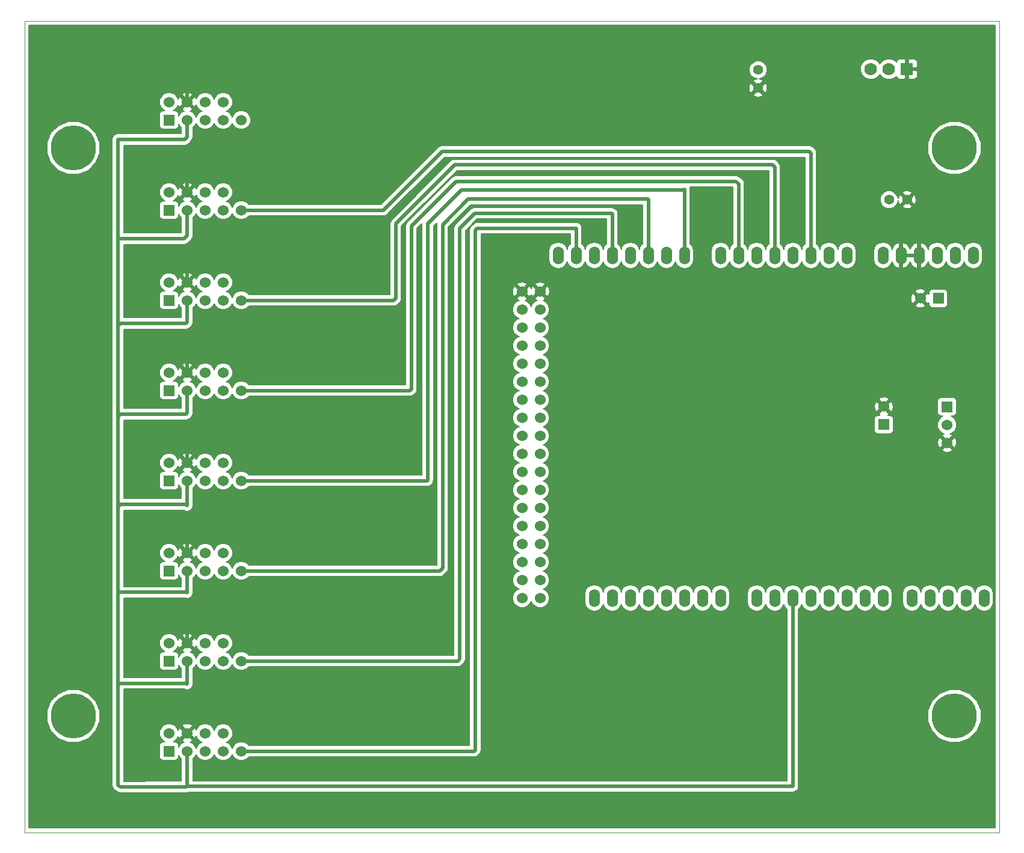
<source format=gbl>
G04 (created by PCBNEW (2013-07-07 BZR 4022)-stable) date 9/29/2015 7:05:24 PM*
%MOIN*%
G04 Gerber Fmt 3.4, Leading zero omitted, Abs format*
%FSLAX34Y34*%
G01*
G70*
G90*
G04 APERTURE LIST*
%ADD10C,0.00590551*%
%ADD11C,0.00393701*%
%ADD12C,0.25*%
%ADD13O,0.06X0.1*%
%ADD14C,0.06*%
%ADD15C,0.07*%
%ADD16R,0.07X0.07*%
%ADD17R,0.06X0.06*%
%ADD18C,0.055*%
%ADD19C,0.035*%
%ADD20C,0.02*%
%ADD21C,0.005*%
G04 APERTURE END LIST*
G54D10*
G54D11*
X40000Y-35000D02*
X43000Y-35000D01*
X40000Y-80000D02*
X40000Y-35000D01*
X94000Y-80000D02*
X40000Y-80000D01*
X94000Y-35000D02*
X94000Y-80000D01*
X42000Y-35000D02*
X94000Y-35000D01*
G54D12*
X42690Y-73548D03*
X91509Y-73548D03*
X91509Y-42051D03*
X42690Y-42051D03*
G54D13*
X78551Y-67007D03*
X77551Y-67007D03*
X76551Y-67007D03*
X75551Y-67007D03*
X74551Y-67007D03*
X73551Y-67007D03*
X72551Y-67007D03*
X71551Y-67007D03*
X69551Y-48007D03*
X70551Y-48007D03*
X71551Y-48007D03*
X72551Y-48007D03*
X76551Y-48007D03*
X78551Y-48007D03*
X79551Y-48007D03*
X75551Y-48007D03*
X74551Y-48007D03*
X73551Y-48007D03*
X80551Y-48007D03*
X81551Y-48007D03*
X82551Y-48007D03*
X85551Y-48007D03*
X84551Y-48007D03*
X83551Y-48007D03*
X87551Y-48007D03*
X88551Y-48007D03*
X89551Y-48007D03*
X91551Y-48007D03*
X92551Y-48007D03*
X80551Y-67007D03*
X81551Y-67007D03*
X82551Y-67007D03*
X83551Y-67007D03*
X84551Y-67007D03*
X85551Y-67007D03*
X86551Y-67007D03*
X87551Y-67007D03*
X89151Y-67007D03*
X90151Y-67007D03*
X91151Y-67007D03*
X92151Y-67007D03*
X93151Y-67007D03*
X90551Y-48007D03*
G54D14*
X68551Y-66007D03*
X67551Y-66007D03*
X68551Y-65007D03*
X67551Y-65007D03*
X68551Y-64007D03*
X67551Y-64007D03*
X68551Y-63007D03*
X67551Y-63007D03*
X68551Y-67007D03*
X67551Y-67007D03*
X67551Y-62007D03*
X68551Y-62007D03*
X68551Y-61007D03*
X67551Y-61007D03*
X68551Y-60007D03*
X67551Y-60007D03*
X68551Y-59007D03*
X67551Y-59007D03*
X68551Y-58007D03*
X67551Y-58007D03*
X68551Y-57007D03*
X67551Y-57007D03*
X68551Y-56007D03*
X67551Y-56007D03*
X68551Y-55007D03*
X67551Y-55007D03*
X68551Y-54007D03*
X67551Y-54007D03*
X68551Y-53007D03*
X67551Y-53007D03*
X68551Y-52007D03*
X67551Y-52007D03*
X68551Y-51007D03*
X67551Y-51007D03*
X68551Y-50007D03*
X67551Y-50007D03*
G54D15*
X86874Y-37677D03*
X87874Y-37677D03*
G54D16*
X88874Y-37677D03*
G54D17*
X48000Y-40500D03*
G54D14*
X48000Y-39500D03*
X49000Y-40500D03*
X49000Y-39500D03*
X50000Y-40500D03*
X50000Y-39500D03*
X51000Y-40500D03*
X51000Y-39500D03*
X52000Y-40500D03*
G54D17*
X48000Y-60500D03*
G54D14*
X48000Y-59500D03*
X49000Y-60500D03*
X49000Y-59500D03*
X50000Y-60500D03*
X50000Y-59500D03*
X51000Y-60500D03*
X51000Y-59500D03*
X52000Y-60500D03*
G54D17*
X48000Y-45500D03*
G54D14*
X48000Y-44500D03*
X49000Y-45500D03*
X49000Y-44500D03*
X50000Y-45500D03*
X50000Y-44500D03*
X51000Y-45500D03*
X51000Y-44500D03*
X52000Y-45500D03*
G54D17*
X48000Y-65500D03*
G54D14*
X48000Y-64500D03*
X49000Y-65500D03*
X49000Y-64500D03*
X50000Y-65500D03*
X50000Y-64500D03*
X51000Y-65500D03*
X51000Y-64500D03*
X52000Y-65500D03*
G54D17*
X48000Y-50500D03*
G54D14*
X48000Y-49500D03*
X49000Y-50500D03*
X49000Y-49500D03*
X50000Y-50500D03*
X50000Y-49500D03*
X51000Y-50500D03*
X51000Y-49500D03*
X52000Y-50500D03*
G54D17*
X48000Y-70500D03*
G54D14*
X48000Y-69500D03*
X49000Y-70500D03*
X49000Y-69500D03*
X50000Y-70500D03*
X50000Y-69500D03*
X51000Y-70500D03*
X51000Y-69500D03*
X52000Y-70500D03*
G54D17*
X48000Y-55500D03*
G54D14*
X48000Y-54500D03*
X49000Y-55500D03*
X49000Y-54500D03*
X50000Y-55500D03*
X50000Y-54500D03*
X51000Y-55500D03*
X51000Y-54500D03*
X52000Y-55500D03*
G54D17*
X48000Y-75500D03*
G54D14*
X48000Y-74500D03*
X49000Y-75500D03*
X49000Y-74500D03*
X50000Y-75500D03*
X50000Y-74500D03*
X51000Y-75500D03*
X51000Y-74500D03*
X52000Y-75500D03*
G54D17*
X91102Y-56401D03*
G54D14*
X91102Y-57401D03*
X91102Y-58401D03*
G54D17*
X87598Y-57389D03*
G54D14*
X87598Y-56389D03*
G54D17*
X90618Y-50393D03*
G54D14*
X89618Y-50393D03*
G54D18*
X88885Y-44921D03*
X87885Y-44921D03*
X80629Y-37728D03*
X80629Y-38728D03*
G54D19*
X46890Y-70670D03*
X46890Y-65630D03*
X46700Y-60720D03*
X46710Y-55920D03*
X46710Y-50660D03*
X46780Y-45640D03*
X46780Y-40520D03*
G54D20*
X46020Y-47086D02*
X45170Y-47086D01*
X45170Y-47086D02*
X45170Y-47100D01*
X46020Y-51771D02*
X45308Y-51771D01*
X45308Y-51771D02*
X45170Y-51910D01*
X46030Y-56811D02*
X45308Y-56811D01*
X45308Y-56811D02*
X45170Y-56950D01*
X46040Y-61811D02*
X45298Y-61811D01*
X45298Y-61811D02*
X45170Y-61940D01*
X46010Y-66692D02*
X45170Y-66692D01*
X45170Y-66692D02*
X45170Y-66690D01*
X46020Y-71732D02*
X45170Y-71732D01*
X45170Y-71732D02*
X45170Y-71730D01*
X46220Y-41574D02*
X45154Y-41574D01*
X45170Y-41590D02*
X45170Y-47100D01*
X45154Y-41574D02*
X45170Y-41590D01*
X45170Y-47100D02*
X45170Y-51910D01*
X45170Y-51910D02*
X45170Y-56950D01*
X45170Y-56950D02*
X45170Y-61940D01*
X45170Y-61940D02*
X45170Y-66690D01*
X45170Y-66690D02*
X45170Y-71730D01*
X46700Y-77490D02*
X46700Y-77480D01*
X46700Y-77480D02*
X48976Y-77480D01*
X48976Y-77480D02*
X49000Y-77456D01*
X45170Y-71730D02*
X45170Y-77380D01*
X45170Y-77380D02*
X45280Y-77490D01*
X45280Y-77490D02*
X46700Y-77490D01*
X49000Y-77456D02*
X82543Y-77456D01*
X82551Y-77448D02*
X82551Y-67007D01*
X82543Y-77456D02*
X82551Y-77448D01*
X49000Y-70500D02*
X49000Y-71787D01*
X48944Y-71732D02*
X46020Y-71732D01*
X49000Y-71787D02*
X48944Y-71732D01*
X49000Y-65500D02*
X49000Y-66708D01*
X48984Y-66692D02*
X46010Y-66692D01*
X49000Y-66708D02*
X48984Y-66692D01*
X49000Y-60500D02*
X49000Y-61874D01*
X48937Y-61811D02*
X46040Y-61811D01*
X49000Y-61874D02*
X48937Y-61811D01*
X49000Y-55500D02*
X49000Y-56755D01*
X48944Y-56811D02*
X46030Y-56811D01*
X49000Y-56755D02*
X48944Y-56811D01*
X49000Y-50500D02*
X49000Y-51716D01*
X48944Y-51771D02*
X46020Y-51771D01*
X49000Y-51716D02*
X48944Y-51771D01*
X49000Y-45500D02*
X49000Y-46913D01*
X48826Y-47086D02*
X46020Y-47086D01*
X49000Y-46913D02*
X48826Y-47086D01*
X49000Y-40500D02*
X49000Y-41433D01*
X49000Y-77456D02*
X49000Y-75500D01*
X48858Y-41574D02*
X46220Y-41574D01*
X49000Y-41433D02*
X48858Y-41574D01*
X49000Y-68560D02*
X49000Y-69500D01*
X48960Y-68520D02*
X49000Y-68560D01*
X47050Y-68520D02*
X48960Y-68520D01*
X46910Y-68660D02*
X47050Y-68520D01*
X46910Y-70650D02*
X46910Y-68660D01*
X46890Y-70670D02*
X46910Y-70650D01*
X49000Y-63580D02*
X49000Y-64500D01*
X48990Y-63570D02*
X49000Y-63580D01*
X46890Y-63570D02*
X48990Y-63570D01*
X46890Y-65630D02*
X46890Y-63570D01*
X49000Y-58380D02*
X49000Y-59500D01*
X48980Y-58360D02*
X49000Y-58380D01*
X46800Y-58360D02*
X48980Y-58360D01*
X46680Y-58480D02*
X46800Y-58360D01*
X46680Y-60700D02*
X46680Y-58480D01*
X46700Y-60720D02*
X46680Y-60700D01*
X49000Y-53440D02*
X49000Y-54500D01*
X49020Y-53420D02*
X49000Y-53440D01*
X46710Y-53420D02*
X49020Y-53420D01*
X46710Y-55920D02*
X46710Y-53420D01*
X49000Y-48660D02*
X49000Y-49500D01*
X48960Y-48620D02*
X49000Y-48660D01*
X46750Y-48620D02*
X48960Y-48620D01*
X46730Y-48600D02*
X46750Y-48620D01*
X46730Y-50640D02*
X46730Y-48600D01*
X46710Y-50660D02*
X46730Y-50640D01*
X49000Y-43600D02*
X49000Y-44500D01*
X48970Y-43570D02*
X49000Y-43600D01*
X46950Y-43570D02*
X48970Y-43570D01*
X46780Y-43740D02*
X46950Y-43570D01*
X46780Y-45640D02*
X46780Y-43740D01*
X49000Y-38640D02*
X49000Y-39500D01*
X48970Y-38610D02*
X49000Y-38640D01*
X46830Y-38610D02*
X48970Y-38610D01*
X46770Y-38670D02*
X46830Y-38610D01*
X46770Y-40510D02*
X46770Y-38670D01*
X46780Y-40520D02*
X46770Y-40510D01*
X52000Y-45500D02*
X59870Y-45500D01*
X83551Y-42330D02*
X83551Y-48007D01*
X83464Y-42244D02*
X83551Y-42330D01*
X63125Y-42244D02*
X83464Y-42244D01*
X59870Y-45500D02*
X63125Y-42244D01*
X52000Y-50500D02*
X60444Y-50500D01*
X81551Y-43125D02*
X81551Y-48007D01*
X81417Y-42992D02*
X81551Y-43125D01*
X63818Y-42992D02*
X81417Y-42992D01*
X60551Y-46259D02*
X63818Y-42992D01*
X60551Y-50393D02*
X60551Y-46259D01*
X60444Y-50500D02*
X60551Y-50393D01*
X52000Y-55500D02*
X61326Y-55500D01*
X79551Y-44039D02*
X79551Y-48007D01*
X79409Y-43897D02*
X79551Y-44039D01*
X63897Y-43897D02*
X79409Y-43897D01*
X61417Y-46377D02*
X63897Y-43897D01*
X61417Y-55409D02*
X61417Y-46377D01*
X61326Y-55500D02*
X61417Y-55409D01*
X76551Y-48007D02*
X76551Y-44346D01*
X62295Y-60500D02*
X52000Y-60500D01*
X62322Y-60472D02*
X62295Y-60500D01*
X62322Y-46259D02*
X62322Y-60472D01*
X64212Y-44370D02*
X62322Y-46259D01*
X76527Y-44370D02*
X64212Y-44370D01*
X76551Y-44346D02*
X76527Y-44370D01*
X74551Y-48007D02*
X74551Y-44905D01*
X63003Y-65500D02*
X52000Y-65500D01*
X63149Y-65354D02*
X63003Y-65500D01*
X63149Y-46299D02*
X63149Y-65354D01*
X64566Y-44881D02*
X63149Y-46299D01*
X74527Y-44881D02*
X64566Y-44881D01*
X74551Y-44905D02*
X74527Y-44881D01*
X72551Y-48007D02*
X72551Y-45716D01*
X63988Y-70500D02*
X52000Y-70500D01*
X64094Y-70393D02*
X63988Y-70500D01*
X64094Y-46496D02*
X64094Y-70393D01*
X64921Y-45669D02*
X64094Y-46496D01*
X72503Y-45669D02*
X64921Y-45669D01*
X72551Y-45716D02*
X72503Y-45669D01*
X70551Y-48007D02*
X70551Y-46496D01*
X64893Y-75500D02*
X52000Y-75500D01*
X64960Y-75433D02*
X64893Y-75500D01*
X64960Y-46614D02*
X64960Y-75433D01*
X65078Y-46496D02*
X64960Y-46614D01*
X70551Y-46496D02*
X65078Y-46496D01*
G54D10*
G36*
X61998Y-46256D02*
X61997Y-46259D01*
X61997Y-60175D01*
X52417Y-60175D01*
X52297Y-60055D01*
X52104Y-59975D01*
X51896Y-59974D01*
X51703Y-60054D01*
X51555Y-60202D01*
X51499Y-60335D01*
X51445Y-60203D01*
X51297Y-60055D01*
X51164Y-59999D01*
X51297Y-59945D01*
X51444Y-59797D01*
X51524Y-59604D01*
X51525Y-59396D01*
X51445Y-59203D01*
X51297Y-59055D01*
X51104Y-58975D01*
X50896Y-58974D01*
X50703Y-59054D01*
X50555Y-59202D01*
X50499Y-59335D01*
X50445Y-59203D01*
X50297Y-59055D01*
X50104Y-58975D01*
X49896Y-58974D01*
X49703Y-59054D01*
X49555Y-59202D01*
X49504Y-59324D01*
X49472Y-59249D01*
X49387Y-59218D01*
X49281Y-59324D01*
X49281Y-59112D01*
X49250Y-59027D01*
X49050Y-58967D01*
X48843Y-58988D01*
X48749Y-59027D01*
X48718Y-59112D01*
X49000Y-59393D01*
X49281Y-59112D01*
X49281Y-59324D01*
X49106Y-59500D01*
X49387Y-59781D01*
X49472Y-59750D01*
X49499Y-59662D01*
X49554Y-59797D01*
X49702Y-59944D01*
X49835Y-60000D01*
X49703Y-60054D01*
X49555Y-60202D01*
X49499Y-60335D01*
X49445Y-60203D01*
X49297Y-60055D01*
X49175Y-60004D01*
X49250Y-59972D01*
X49281Y-59887D01*
X49000Y-59606D01*
X48718Y-59887D01*
X48749Y-59972D01*
X48837Y-59999D01*
X48703Y-60054D01*
X48555Y-60202D01*
X48525Y-60274D01*
X48525Y-60155D01*
X48490Y-60072D01*
X48427Y-60009D01*
X48344Y-59975D01*
X48255Y-59974D01*
X48225Y-59974D01*
X48297Y-59945D01*
X48444Y-59797D01*
X48495Y-59675D01*
X48527Y-59750D01*
X48612Y-59781D01*
X48893Y-59500D01*
X48612Y-59218D01*
X48527Y-59249D01*
X48500Y-59337D01*
X48445Y-59203D01*
X48297Y-59055D01*
X48104Y-58975D01*
X47896Y-58974D01*
X47703Y-59054D01*
X47555Y-59202D01*
X47475Y-59395D01*
X47474Y-59603D01*
X47554Y-59797D01*
X47702Y-59944D01*
X47774Y-59974D01*
X47655Y-59974D01*
X47572Y-60009D01*
X47509Y-60072D01*
X47475Y-60155D01*
X47474Y-60244D01*
X47474Y-60844D01*
X47509Y-60927D01*
X47572Y-60990D01*
X47655Y-61024D01*
X47744Y-61025D01*
X48344Y-61025D01*
X48427Y-60990D01*
X48490Y-60927D01*
X48524Y-60844D01*
X48525Y-60755D01*
X48525Y-60725D01*
X48554Y-60797D01*
X48675Y-60917D01*
X48675Y-61486D01*
X46040Y-61486D01*
X45495Y-61486D01*
X45495Y-57136D01*
X46030Y-57136D01*
X48944Y-57136D01*
X49069Y-57111D01*
X49069Y-57111D01*
X49174Y-57040D01*
X49229Y-56985D01*
X49229Y-56985D01*
X49229Y-56985D01*
X49300Y-56880D01*
X49300Y-56880D01*
X49320Y-56780D01*
X49325Y-56755D01*
X49324Y-56755D01*
X49325Y-56755D01*
X49325Y-55917D01*
X49444Y-55797D01*
X49500Y-55664D01*
X49554Y-55797D01*
X49702Y-55944D01*
X49895Y-56024D01*
X50103Y-56025D01*
X50297Y-55945D01*
X50444Y-55797D01*
X50500Y-55664D01*
X50554Y-55797D01*
X50702Y-55944D01*
X50895Y-56024D01*
X51103Y-56025D01*
X51297Y-55945D01*
X51444Y-55797D01*
X51500Y-55664D01*
X51554Y-55797D01*
X51702Y-55944D01*
X51895Y-56024D01*
X52103Y-56025D01*
X52297Y-55945D01*
X52417Y-55825D01*
X61326Y-55825D01*
X61451Y-55800D01*
X61451Y-55800D01*
X61556Y-55729D01*
X61647Y-55639D01*
X61717Y-55533D01*
X61717Y-55533D01*
X61742Y-55409D01*
X61742Y-46512D01*
X61998Y-46256D01*
X61998Y-46256D01*
G37*
G54D21*
X61998Y-46256D02*
X61997Y-46259D01*
X61997Y-60175D01*
X52417Y-60175D01*
X52297Y-60055D01*
X52104Y-59975D01*
X51896Y-59974D01*
X51703Y-60054D01*
X51555Y-60202D01*
X51499Y-60335D01*
X51445Y-60203D01*
X51297Y-60055D01*
X51164Y-59999D01*
X51297Y-59945D01*
X51444Y-59797D01*
X51524Y-59604D01*
X51525Y-59396D01*
X51445Y-59203D01*
X51297Y-59055D01*
X51104Y-58975D01*
X50896Y-58974D01*
X50703Y-59054D01*
X50555Y-59202D01*
X50499Y-59335D01*
X50445Y-59203D01*
X50297Y-59055D01*
X50104Y-58975D01*
X49896Y-58974D01*
X49703Y-59054D01*
X49555Y-59202D01*
X49504Y-59324D01*
X49472Y-59249D01*
X49387Y-59218D01*
X49281Y-59324D01*
X49281Y-59112D01*
X49250Y-59027D01*
X49050Y-58967D01*
X48843Y-58988D01*
X48749Y-59027D01*
X48718Y-59112D01*
X49000Y-59393D01*
X49281Y-59112D01*
X49281Y-59324D01*
X49106Y-59500D01*
X49387Y-59781D01*
X49472Y-59750D01*
X49499Y-59662D01*
X49554Y-59797D01*
X49702Y-59944D01*
X49835Y-60000D01*
X49703Y-60054D01*
X49555Y-60202D01*
X49499Y-60335D01*
X49445Y-60203D01*
X49297Y-60055D01*
X49175Y-60004D01*
X49250Y-59972D01*
X49281Y-59887D01*
X49000Y-59606D01*
X48718Y-59887D01*
X48749Y-59972D01*
X48837Y-59999D01*
X48703Y-60054D01*
X48555Y-60202D01*
X48525Y-60274D01*
X48525Y-60155D01*
X48490Y-60072D01*
X48427Y-60009D01*
X48344Y-59975D01*
X48255Y-59974D01*
X48225Y-59974D01*
X48297Y-59945D01*
X48444Y-59797D01*
X48495Y-59675D01*
X48527Y-59750D01*
X48612Y-59781D01*
X48893Y-59500D01*
X48612Y-59218D01*
X48527Y-59249D01*
X48500Y-59337D01*
X48445Y-59203D01*
X48297Y-59055D01*
X48104Y-58975D01*
X47896Y-58974D01*
X47703Y-59054D01*
X47555Y-59202D01*
X47475Y-59395D01*
X47474Y-59603D01*
X47554Y-59797D01*
X47702Y-59944D01*
X47774Y-59974D01*
X47655Y-59974D01*
X47572Y-60009D01*
X47509Y-60072D01*
X47475Y-60155D01*
X47474Y-60244D01*
X47474Y-60844D01*
X47509Y-60927D01*
X47572Y-60990D01*
X47655Y-61024D01*
X47744Y-61025D01*
X48344Y-61025D01*
X48427Y-60990D01*
X48490Y-60927D01*
X48524Y-60844D01*
X48525Y-60755D01*
X48525Y-60725D01*
X48554Y-60797D01*
X48675Y-60917D01*
X48675Y-61486D01*
X46040Y-61486D01*
X45495Y-61486D01*
X45495Y-57136D01*
X46030Y-57136D01*
X48944Y-57136D01*
X49069Y-57111D01*
X49069Y-57111D01*
X49174Y-57040D01*
X49229Y-56985D01*
X49229Y-56985D01*
X49229Y-56985D01*
X49300Y-56880D01*
X49300Y-56880D01*
X49320Y-56780D01*
X49325Y-56755D01*
X49324Y-56755D01*
X49325Y-56755D01*
X49325Y-55917D01*
X49444Y-55797D01*
X49500Y-55664D01*
X49554Y-55797D01*
X49702Y-55944D01*
X49895Y-56024D01*
X50103Y-56025D01*
X50297Y-55945D01*
X50444Y-55797D01*
X50500Y-55664D01*
X50554Y-55797D01*
X50702Y-55944D01*
X50895Y-56024D01*
X51103Y-56025D01*
X51297Y-55945D01*
X51444Y-55797D01*
X51500Y-55664D01*
X51554Y-55797D01*
X51702Y-55944D01*
X51895Y-56024D01*
X52103Y-56025D01*
X52297Y-55945D01*
X52417Y-55825D01*
X61326Y-55825D01*
X61451Y-55800D01*
X61451Y-55800D01*
X61556Y-55729D01*
X61647Y-55639D01*
X61717Y-55533D01*
X61717Y-55533D01*
X61742Y-55409D01*
X61742Y-46512D01*
X61998Y-46256D01*
G54D10*
G36*
X62844Y-46197D02*
X62824Y-46299D01*
X62824Y-65175D01*
X52417Y-65175D01*
X52297Y-65055D01*
X52104Y-64975D01*
X51896Y-64974D01*
X51703Y-65054D01*
X51555Y-65202D01*
X51499Y-65335D01*
X51445Y-65203D01*
X51297Y-65055D01*
X51164Y-64999D01*
X51297Y-64945D01*
X51444Y-64797D01*
X51524Y-64604D01*
X51525Y-64396D01*
X51445Y-64203D01*
X51297Y-64055D01*
X51104Y-63975D01*
X50896Y-63974D01*
X50703Y-64054D01*
X50555Y-64202D01*
X50499Y-64335D01*
X50445Y-64203D01*
X50297Y-64055D01*
X50104Y-63975D01*
X49896Y-63974D01*
X49703Y-64054D01*
X49555Y-64202D01*
X49504Y-64324D01*
X49472Y-64249D01*
X49387Y-64218D01*
X49281Y-64324D01*
X49281Y-64112D01*
X49250Y-64027D01*
X49050Y-63967D01*
X48843Y-63988D01*
X48749Y-64027D01*
X48718Y-64112D01*
X49000Y-64393D01*
X49281Y-64112D01*
X49281Y-64324D01*
X49106Y-64500D01*
X49387Y-64781D01*
X49472Y-64750D01*
X49499Y-64662D01*
X49554Y-64797D01*
X49702Y-64944D01*
X49835Y-65000D01*
X49703Y-65054D01*
X49555Y-65202D01*
X49499Y-65335D01*
X49445Y-65203D01*
X49297Y-65055D01*
X49175Y-65004D01*
X49250Y-64972D01*
X49281Y-64887D01*
X49000Y-64606D01*
X48718Y-64887D01*
X48749Y-64972D01*
X48837Y-64999D01*
X48703Y-65054D01*
X48555Y-65202D01*
X48525Y-65274D01*
X48525Y-65155D01*
X48490Y-65072D01*
X48427Y-65009D01*
X48344Y-64975D01*
X48255Y-64974D01*
X48225Y-64974D01*
X48297Y-64945D01*
X48444Y-64797D01*
X48495Y-64675D01*
X48527Y-64750D01*
X48612Y-64781D01*
X48893Y-64500D01*
X48612Y-64218D01*
X48527Y-64249D01*
X48500Y-64337D01*
X48445Y-64203D01*
X48297Y-64055D01*
X48104Y-63975D01*
X47896Y-63974D01*
X47703Y-64054D01*
X47555Y-64202D01*
X47475Y-64395D01*
X47474Y-64603D01*
X47554Y-64797D01*
X47702Y-64944D01*
X47774Y-64974D01*
X47655Y-64974D01*
X47572Y-65009D01*
X47509Y-65072D01*
X47475Y-65155D01*
X47474Y-65244D01*
X47474Y-65844D01*
X47509Y-65927D01*
X47572Y-65990D01*
X47655Y-66024D01*
X47744Y-66025D01*
X48344Y-66025D01*
X48427Y-65990D01*
X48490Y-65927D01*
X48524Y-65844D01*
X48525Y-65755D01*
X48525Y-65725D01*
X48554Y-65797D01*
X48675Y-65917D01*
X48675Y-66367D01*
X46010Y-66367D01*
X45495Y-66367D01*
X45495Y-62136D01*
X46040Y-62136D01*
X48818Y-62136D01*
X48818Y-62136D01*
X48875Y-62174D01*
X48875Y-62174D01*
X49000Y-62199D01*
X49124Y-62174D01*
X49229Y-62103D01*
X49300Y-61998D01*
X49325Y-61874D01*
X49325Y-60917D01*
X49444Y-60797D01*
X49500Y-60664D01*
X49554Y-60797D01*
X49702Y-60944D01*
X49895Y-61024D01*
X50103Y-61025D01*
X50297Y-60945D01*
X50444Y-60797D01*
X50500Y-60664D01*
X50554Y-60797D01*
X50702Y-60944D01*
X50895Y-61024D01*
X51103Y-61025D01*
X51297Y-60945D01*
X51444Y-60797D01*
X51500Y-60664D01*
X51554Y-60797D01*
X51702Y-60944D01*
X51895Y-61024D01*
X52103Y-61025D01*
X52297Y-60945D01*
X52417Y-60825D01*
X62295Y-60825D01*
X62419Y-60800D01*
X62419Y-60800D01*
X62525Y-60729D01*
X62552Y-60702D01*
X62552Y-60702D01*
X62552Y-60702D01*
X62623Y-60596D01*
X62623Y-60596D01*
X62642Y-60497D01*
X62647Y-60472D01*
X62647Y-60472D01*
X62647Y-60472D01*
X62647Y-46394D01*
X62844Y-46197D01*
X62844Y-46197D01*
G37*
G54D21*
X62844Y-46197D02*
X62824Y-46299D01*
X62824Y-65175D01*
X52417Y-65175D01*
X52297Y-65055D01*
X52104Y-64975D01*
X51896Y-64974D01*
X51703Y-65054D01*
X51555Y-65202D01*
X51499Y-65335D01*
X51445Y-65203D01*
X51297Y-65055D01*
X51164Y-64999D01*
X51297Y-64945D01*
X51444Y-64797D01*
X51524Y-64604D01*
X51525Y-64396D01*
X51445Y-64203D01*
X51297Y-64055D01*
X51104Y-63975D01*
X50896Y-63974D01*
X50703Y-64054D01*
X50555Y-64202D01*
X50499Y-64335D01*
X50445Y-64203D01*
X50297Y-64055D01*
X50104Y-63975D01*
X49896Y-63974D01*
X49703Y-64054D01*
X49555Y-64202D01*
X49504Y-64324D01*
X49472Y-64249D01*
X49387Y-64218D01*
X49281Y-64324D01*
X49281Y-64112D01*
X49250Y-64027D01*
X49050Y-63967D01*
X48843Y-63988D01*
X48749Y-64027D01*
X48718Y-64112D01*
X49000Y-64393D01*
X49281Y-64112D01*
X49281Y-64324D01*
X49106Y-64500D01*
X49387Y-64781D01*
X49472Y-64750D01*
X49499Y-64662D01*
X49554Y-64797D01*
X49702Y-64944D01*
X49835Y-65000D01*
X49703Y-65054D01*
X49555Y-65202D01*
X49499Y-65335D01*
X49445Y-65203D01*
X49297Y-65055D01*
X49175Y-65004D01*
X49250Y-64972D01*
X49281Y-64887D01*
X49000Y-64606D01*
X48718Y-64887D01*
X48749Y-64972D01*
X48837Y-64999D01*
X48703Y-65054D01*
X48555Y-65202D01*
X48525Y-65274D01*
X48525Y-65155D01*
X48490Y-65072D01*
X48427Y-65009D01*
X48344Y-64975D01*
X48255Y-64974D01*
X48225Y-64974D01*
X48297Y-64945D01*
X48444Y-64797D01*
X48495Y-64675D01*
X48527Y-64750D01*
X48612Y-64781D01*
X48893Y-64500D01*
X48612Y-64218D01*
X48527Y-64249D01*
X48500Y-64337D01*
X48445Y-64203D01*
X48297Y-64055D01*
X48104Y-63975D01*
X47896Y-63974D01*
X47703Y-64054D01*
X47555Y-64202D01*
X47475Y-64395D01*
X47474Y-64603D01*
X47554Y-64797D01*
X47702Y-64944D01*
X47774Y-64974D01*
X47655Y-64974D01*
X47572Y-65009D01*
X47509Y-65072D01*
X47475Y-65155D01*
X47474Y-65244D01*
X47474Y-65844D01*
X47509Y-65927D01*
X47572Y-65990D01*
X47655Y-66024D01*
X47744Y-66025D01*
X48344Y-66025D01*
X48427Y-65990D01*
X48490Y-65927D01*
X48524Y-65844D01*
X48525Y-65755D01*
X48525Y-65725D01*
X48554Y-65797D01*
X48675Y-65917D01*
X48675Y-66367D01*
X46010Y-66367D01*
X45495Y-66367D01*
X45495Y-62136D01*
X46040Y-62136D01*
X48818Y-62136D01*
X48818Y-62136D01*
X48875Y-62174D01*
X48875Y-62174D01*
X49000Y-62199D01*
X49124Y-62174D01*
X49229Y-62103D01*
X49300Y-61998D01*
X49325Y-61874D01*
X49325Y-60917D01*
X49444Y-60797D01*
X49500Y-60664D01*
X49554Y-60797D01*
X49702Y-60944D01*
X49895Y-61024D01*
X50103Y-61025D01*
X50297Y-60945D01*
X50444Y-60797D01*
X50500Y-60664D01*
X50554Y-60797D01*
X50702Y-60944D01*
X50895Y-61024D01*
X51103Y-61025D01*
X51297Y-60945D01*
X51444Y-60797D01*
X51500Y-60664D01*
X51554Y-60797D01*
X51702Y-60944D01*
X51895Y-61024D01*
X52103Y-61025D01*
X52297Y-60945D01*
X52417Y-60825D01*
X62295Y-60825D01*
X62419Y-60800D01*
X62419Y-60800D01*
X62525Y-60729D01*
X62552Y-60702D01*
X62552Y-60702D01*
X62552Y-60702D01*
X62623Y-60596D01*
X62623Y-60596D01*
X62642Y-60497D01*
X62647Y-60472D01*
X62647Y-60472D01*
X62647Y-60472D01*
X62647Y-46394D01*
X62844Y-46197D01*
G54D10*
G36*
X72226Y-47391D02*
X72179Y-47422D01*
X72066Y-47592D01*
X72051Y-47667D01*
X72036Y-47592D01*
X71922Y-47422D01*
X71752Y-47308D01*
X71551Y-47268D01*
X71350Y-47308D01*
X71179Y-47422D01*
X71066Y-47592D01*
X71051Y-47667D01*
X71036Y-47592D01*
X70922Y-47422D01*
X70876Y-47391D01*
X70876Y-46496D01*
X70851Y-46371D01*
X70780Y-46266D01*
X70675Y-46195D01*
X70551Y-46171D01*
X65078Y-46171D01*
X64954Y-46195D01*
X64848Y-46266D01*
X64730Y-46384D01*
X64660Y-46489D01*
X64635Y-46614D01*
X64635Y-75175D01*
X52417Y-75175D01*
X52297Y-75055D01*
X52104Y-74975D01*
X51896Y-74974D01*
X51703Y-75054D01*
X51555Y-75202D01*
X51499Y-75335D01*
X51445Y-75203D01*
X51297Y-75055D01*
X51164Y-74999D01*
X51297Y-74945D01*
X51444Y-74797D01*
X51524Y-74604D01*
X51525Y-74396D01*
X51445Y-74203D01*
X51297Y-74055D01*
X51104Y-73975D01*
X50896Y-73974D01*
X50703Y-74054D01*
X50555Y-74202D01*
X50499Y-74335D01*
X50445Y-74203D01*
X50297Y-74055D01*
X50104Y-73975D01*
X49896Y-73974D01*
X49703Y-74054D01*
X49555Y-74202D01*
X49504Y-74324D01*
X49472Y-74249D01*
X49387Y-74218D01*
X49281Y-74324D01*
X49281Y-74112D01*
X49250Y-74027D01*
X49050Y-73967D01*
X48843Y-73988D01*
X48749Y-74027D01*
X48718Y-74112D01*
X49000Y-74393D01*
X49281Y-74112D01*
X49281Y-74324D01*
X49106Y-74500D01*
X49387Y-74781D01*
X49472Y-74750D01*
X49499Y-74662D01*
X49554Y-74797D01*
X49702Y-74944D01*
X49835Y-75000D01*
X49703Y-75054D01*
X49555Y-75202D01*
X49499Y-75335D01*
X49445Y-75203D01*
X49297Y-75055D01*
X49175Y-75004D01*
X49250Y-74972D01*
X49281Y-74887D01*
X49000Y-74606D01*
X48718Y-74887D01*
X48749Y-74972D01*
X48837Y-74999D01*
X48703Y-75054D01*
X48555Y-75202D01*
X48525Y-75274D01*
X48525Y-75155D01*
X48490Y-75072D01*
X48427Y-75009D01*
X48344Y-74975D01*
X48255Y-74974D01*
X48225Y-74974D01*
X48297Y-74945D01*
X48444Y-74797D01*
X48495Y-74675D01*
X48527Y-74750D01*
X48612Y-74781D01*
X48893Y-74500D01*
X48612Y-74218D01*
X48527Y-74249D01*
X48500Y-74337D01*
X48445Y-74203D01*
X48297Y-74055D01*
X48104Y-73975D01*
X47896Y-73974D01*
X47703Y-74054D01*
X47555Y-74202D01*
X47475Y-74395D01*
X47474Y-74603D01*
X47554Y-74797D01*
X47702Y-74944D01*
X47774Y-74974D01*
X47655Y-74974D01*
X47572Y-75009D01*
X47509Y-75072D01*
X47475Y-75155D01*
X47474Y-75244D01*
X47474Y-75844D01*
X47509Y-75927D01*
X47572Y-75990D01*
X47655Y-76024D01*
X47744Y-76025D01*
X48344Y-76025D01*
X48427Y-75990D01*
X48490Y-75927D01*
X48524Y-75844D01*
X48525Y-75755D01*
X48525Y-75725D01*
X48554Y-75797D01*
X48675Y-75917D01*
X48675Y-77155D01*
X46700Y-77155D01*
X46651Y-77165D01*
X45495Y-77165D01*
X45495Y-72057D01*
X46020Y-72057D01*
X48830Y-72057D01*
X48830Y-72057D01*
X48875Y-72087D01*
X48875Y-72087D01*
X48975Y-72107D01*
X48999Y-72112D01*
X48999Y-72112D01*
X49000Y-72112D01*
X49124Y-72087D01*
X49124Y-72087D01*
X49229Y-72017D01*
X49300Y-71911D01*
X49300Y-71911D01*
X49325Y-71787D01*
X49325Y-71787D01*
X49325Y-70917D01*
X49444Y-70797D01*
X49500Y-70664D01*
X49554Y-70797D01*
X49702Y-70944D01*
X49895Y-71024D01*
X50103Y-71025D01*
X50297Y-70945D01*
X50444Y-70797D01*
X50500Y-70664D01*
X50554Y-70797D01*
X50702Y-70944D01*
X50895Y-71024D01*
X51103Y-71025D01*
X51297Y-70945D01*
X51444Y-70797D01*
X51500Y-70664D01*
X51554Y-70797D01*
X51702Y-70944D01*
X51895Y-71024D01*
X52103Y-71025D01*
X52297Y-70945D01*
X52417Y-70825D01*
X63988Y-70825D01*
X64112Y-70800D01*
X64112Y-70800D01*
X64217Y-70729D01*
X64324Y-70623D01*
X64324Y-70623D01*
X64324Y-70623D01*
X64394Y-70518D01*
X64394Y-70518D01*
X64419Y-70393D01*
X64419Y-46630D01*
X65055Y-45994D01*
X72226Y-45994D01*
X72226Y-47391D01*
X72226Y-47391D01*
G37*
G54D21*
X72226Y-47391D02*
X72179Y-47422D01*
X72066Y-47592D01*
X72051Y-47667D01*
X72036Y-47592D01*
X71922Y-47422D01*
X71752Y-47308D01*
X71551Y-47268D01*
X71350Y-47308D01*
X71179Y-47422D01*
X71066Y-47592D01*
X71051Y-47667D01*
X71036Y-47592D01*
X70922Y-47422D01*
X70876Y-47391D01*
X70876Y-46496D01*
X70851Y-46371D01*
X70780Y-46266D01*
X70675Y-46195D01*
X70551Y-46171D01*
X65078Y-46171D01*
X64954Y-46195D01*
X64848Y-46266D01*
X64730Y-46384D01*
X64660Y-46489D01*
X64635Y-46614D01*
X64635Y-75175D01*
X52417Y-75175D01*
X52297Y-75055D01*
X52104Y-74975D01*
X51896Y-74974D01*
X51703Y-75054D01*
X51555Y-75202D01*
X51499Y-75335D01*
X51445Y-75203D01*
X51297Y-75055D01*
X51164Y-74999D01*
X51297Y-74945D01*
X51444Y-74797D01*
X51524Y-74604D01*
X51525Y-74396D01*
X51445Y-74203D01*
X51297Y-74055D01*
X51104Y-73975D01*
X50896Y-73974D01*
X50703Y-74054D01*
X50555Y-74202D01*
X50499Y-74335D01*
X50445Y-74203D01*
X50297Y-74055D01*
X50104Y-73975D01*
X49896Y-73974D01*
X49703Y-74054D01*
X49555Y-74202D01*
X49504Y-74324D01*
X49472Y-74249D01*
X49387Y-74218D01*
X49281Y-74324D01*
X49281Y-74112D01*
X49250Y-74027D01*
X49050Y-73967D01*
X48843Y-73988D01*
X48749Y-74027D01*
X48718Y-74112D01*
X49000Y-74393D01*
X49281Y-74112D01*
X49281Y-74324D01*
X49106Y-74500D01*
X49387Y-74781D01*
X49472Y-74750D01*
X49499Y-74662D01*
X49554Y-74797D01*
X49702Y-74944D01*
X49835Y-75000D01*
X49703Y-75054D01*
X49555Y-75202D01*
X49499Y-75335D01*
X49445Y-75203D01*
X49297Y-75055D01*
X49175Y-75004D01*
X49250Y-74972D01*
X49281Y-74887D01*
X49000Y-74606D01*
X48718Y-74887D01*
X48749Y-74972D01*
X48837Y-74999D01*
X48703Y-75054D01*
X48555Y-75202D01*
X48525Y-75274D01*
X48525Y-75155D01*
X48490Y-75072D01*
X48427Y-75009D01*
X48344Y-74975D01*
X48255Y-74974D01*
X48225Y-74974D01*
X48297Y-74945D01*
X48444Y-74797D01*
X48495Y-74675D01*
X48527Y-74750D01*
X48612Y-74781D01*
X48893Y-74500D01*
X48612Y-74218D01*
X48527Y-74249D01*
X48500Y-74337D01*
X48445Y-74203D01*
X48297Y-74055D01*
X48104Y-73975D01*
X47896Y-73974D01*
X47703Y-74054D01*
X47555Y-74202D01*
X47475Y-74395D01*
X47474Y-74603D01*
X47554Y-74797D01*
X47702Y-74944D01*
X47774Y-74974D01*
X47655Y-74974D01*
X47572Y-75009D01*
X47509Y-75072D01*
X47475Y-75155D01*
X47474Y-75244D01*
X47474Y-75844D01*
X47509Y-75927D01*
X47572Y-75990D01*
X47655Y-76024D01*
X47744Y-76025D01*
X48344Y-76025D01*
X48427Y-75990D01*
X48490Y-75927D01*
X48524Y-75844D01*
X48525Y-75755D01*
X48525Y-75725D01*
X48554Y-75797D01*
X48675Y-75917D01*
X48675Y-77155D01*
X46700Y-77155D01*
X46651Y-77165D01*
X45495Y-77165D01*
X45495Y-72057D01*
X46020Y-72057D01*
X48830Y-72057D01*
X48830Y-72057D01*
X48875Y-72087D01*
X48875Y-72087D01*
X48975Y-72107D01*
X48999Y-72112D01*
X48999Y-72112D01*
X49000Y-72112D01*
X49124Y-72087D01*
X49124Y-72087D01*
X49229Y-72017D01*
X49300Y-71911D01*
X49300Y-71911D01*
X49325Y-71787D01*
X49325Y-71787D01*
X49325Y-70917D01*
X49444Y-70797D01*
X49500Y-70664D01*
X49554Y-70797D01*
X49702Y-70944D01*
X49895Y-71024D01*
X50103Y-71025D01*
X50297Y-70945D01*
X50444Y-70797D01*
X50500Y-70664D01*
X50554Y-70797D01*
X50702Y-70944D01*
X50895Y-71024D01*
X51103Y-71025D01*
X51297Y-70945D01*
X51444Y-70797D01*
X51500Y-70664D01*
X51554Y-70797D01*
X51702Y-70944D01*
X51895Y-71024D01*
X52103Y-71025D01*
X52297Y-70945D01*
X52417Y-70825D01*
X63988Y-70825D01*
X64112Y-70800D01*
X64112Y-70800D01*
X64217Y-70729D01*
X64324Y-70623D01*
X64324Y-70623D01*
X64324Y-70623D01*
X64394Y-70518D01*
X64394Y-70518D01*
X64419Y-70393D01*
X64419Y-46630D01*
X65055Y-45994D01*
X72226Y-45994D01*
X72226Y-47391D01*
G54D10*
G36*
X74226Y-47391D02*
X74179Y-47422D01*
X74066Y-47592D01*
X74051Y-47667D01*
X74036Y-47592D01*
X73922Y-47422D01*
X73752Y-47308D01*
X73551Y-47268D01*
X73350Y-47308D01*
X73179Y-47422D01*
X73066Y-47592D01*
X73051Y-47667D01*
X73036Y-47592D01*
X72922Y-47422D01*
X72876Y-47391D01*
X72876Y-45716D01*
X72851Y-45592D01*
X72851Y-45592D01*
X72780Y-45486D01*
X72780Y-45486D01*
X72733Y-45439D01*
X72628Y-45369D01*
X72503Y-45344D01*
X64921Y-45344D01*
X64796Y-45369D01*
X64691Y-45439D01*
X64691Y-45439D01*
X63864Y-46266D01*
X63794Y-46371D01*
X63769Y-46496D01*
X63769Y-70175D01*
X52417Y-70175D01*
X52297Y-70055D01*
X52104Y-69975D01*
X51896Y-69974D01*
X51703Y-70054D01*
X51555Y-70202D01*
X51499Y-70335D01*
X51445Y-70203D01*
X51297Y-70055D01*
X51164Y-69999D01*
X51297Y-69945D01*
X51444Y-69797D01*
X51524Y-69604D01*
X51525Y-69396D01*
X51445Y-69203D01*
X51297Y-69055D01*
X51104Y-68975D01*
X50896Y-68974D01*
X50703Y-69054D01*
X50555Y-69202D01*
X50499Y-69335D01*
X50445Y-69203D01*
X50297Y-69055D01*
X50104Y-68975D01*
X49896Y-68974D01*
X49703Y-69054D01*
X49555Y-69202D01*
X49504Y-69324D01*
X49472Y-69249D01*
X49387Y-69218D01*
X49281Y-69324D01*
X49281Y-69112D01*
X49250Y-69027D01*
X49050Y-68967D01*
X48843Y-68988D01*
X48749Y-69027D01*
X48718Y-69112D01*
X49000Y-69393D01*
X49281Y-69112D01*
X49281Y-69324D01*
X49106Y-69500D01*
X49387Y-69781D01*
X49472Y-69750D01*
X49499Y-69662D01*
X49554Y-69797D01*
X49702Y-69944D01*
X49835Y-70000D01*
X49703Y-70054D01*
X49555Y-70202D01*
X49499Y-70335D01*
X49445Y-70203D01*
X49297Y-70055D01*
X49175Y-70004D01*
X49250Y-69972D01*
X49281Y-69887D01*
X49000Y-69606D01*
X48718Y-69887D01*
X48749Y-69972D01*
X48837Y-69999D01*
X48703Y-70054D01*
X48555Y-70202D01*
X48525Y-70274D01*
X48525Y-70155D01*
X48490Y-70072D01*
X48427Y-70009D01*
X48344Y-69975D01*
X48255Y-69974D01*
X48225Y-69974D01*
X48297Y-69945D01*
X48444Y-69797D01*
X48495Y-69675D01*
X48527Y-69750D01*
X48612Y-69781D01*
X48893Y-69500D01*
X48612Y-69218D01*
X48527Y-69249D01*
X48500Y-69337D01*
X48445Y-69203D01*
X48297Y-69055D01*
X48104Y-68975D01*
X47896Y-68974D01*
X47703Y-69054D01*
X47555Y-69202D01*
X47475Y-69395D01*
X47474Y-69603D01*
X47554Y-69797D01*
X47702Y-69944D01*
X47774Y-69974D01*
X47655Y-69974D01*
X47572Y-70009D01*
X47509Y-70072D01*
X47475Y-70155D01*
X47474Y-70244D01*
X47474Y-70844D01*
X47509Y-70927D01*
X47572Y-70990D01*
X47655Y-71024D01*
X47744Y-71025D01*
X48344Y-71025D01*
X48427Y-70990D01*
X48490Y-70927D01*
X48524Y-70844D01*
X48525Y-70755D01*
X48525Y-70725D01*
X48554Y-70797D01*
X48675Y-70917D01*
X48675Y-71407D01*
X46020Y-71407D01*
X45495Y-71407D01*
X45495Y-67017D01*
X46010Y-67017D01*
X48920Y-67017D01*
X48920Y-67017D01*
X49000Y-67033D01*
X49124Y-67008D01*
X49124Y-67008D01*
X49229Y-66938D01*
X49300Y-66833D01*
X49300Y-66833D01*
X49325Y-66708D01*
X49325Y-65917D01*
X49444Y-65797D01*
X49500Y-65664D01*
X49554Y-65797D01*
X49702Y-65944D01*
X49895Y-66024D01*
X50103Y-66025D01*
X50297Y-65945D01*
X50444Y-65797D01*
X50500Y-65664D01*
X50554Y-65797D01*
X50702Y-65944D01*
X50895Y-66024D01*
X51103Y-66025D01*
X51297Y-65945D01*
X51444Y-65797D01*
X51500Y-65664D01*
X51554Y-65797D01*
X51702Y-65944D01*
X51895Y-66024D01*
X52103Y-66025D01*
X52297Y-65945D01*
X52417Y-65825D01*
X63003Y-65825D01*
X63128Y-65800D01*
X63128Y-65800D01*
X63233Y-65729D01*
X63379Y-65584D01*
X63449Y-65478D01*
X63449Y-65478D01*
X63474Y-65354D01*
X63474Y-46433D01*
X64701Y-45206D01*
X74226Y-45206D01*
X74226Y-47391D01*
X74226Y-47391D01*
G37*
G54D21*
X74226Y-47391D02*
X74179Y-47422D01*
X74066Y-47592D01*
X74051Y-47667D01*
X74036Y-47592D01*
X73922Y-47422D01*
X73752Y-47308D01*
X73551Y-47268D01*
X73350Y-47308D01*
X73179Y-47422D01*
X73066Y-47592D01*
X73051Y-47667D01*
X73036Y-47592D01*
X72922Y-47422D01*
X72876Y-47391D01*
X72876Y-45716D01*
X72851Y-45592D01*
X72851Y-45592D01*
X72780Y-45486D01*
X72780Y-45486D01*
X72733Y-45439D01*
X72628Y-45369D01*
X72503Y-45344D01*
X64921Y-45344D01*
X64796Y-45369D01*
X64691Y-45439D01*
X64691Y-45439D01*
X63864Y-46266D01*
X63794Y-46371D01*
X63769Y-46496D01*
X63769Y-70175D01*
X52417Y-70175D01*
X52297Y-70055D01*
X52104Y-69975D01*
X51896Y-69974D01*
X51703Y-70054D01*
X51555Y-70202D01*
X51499Y-70335D01*
X51445Y-70203D01*
X51297Y-70055D01*
X51164Y-69999D01*
X51297Y-69945D01*
X51444Y-69797D01*
X51524Y-69604D01*
X51525Y-69396D01*
X51445Y-69203D01*
X51297Y-69055D01*
X51104Y-68975D01*
X50896Y-68974D01*
X50703Y-69054D01*
X50555Y-69202D01*
X50499Y-69335D01*
X50445Y-69203D01*
X50297Y-69055D01*
X50104Y-68975D01*
X49896Y-68974D01*
X49703Y-69054D01*
X49555Y-69202D01*
X49504Y-69324D01*
X49472Y-69249D01*
X49387Y-69218D01*
X49281Y-69324D01*
X49281Y-69112D01*
X49250Y-69027D01*
X49050Y-68967D01*
X48843Y-68988D01*
X48749Y-69027D01*
X48718Y-69112D01*
X49000Y-69393D01*
X49281Y-69112D01*
X49281Y-69324D01*
X49106Y-69500D01*
X49387Y-69781D01*
X49472Y-69750D01*
X49499Y-69662D01*
X49554Y-69797D01*
X49702Y-69944D01*
X49835Y-70000D01*
X49703Y-70054D01*
X49555Y-70202D01*
X49499Y-70335D01*
X49445Y-70203D01*
X49297Y-70055D01*
X49175Y-70004D01*
X49250Y-69972D01*
X49281Y-69887D01*
X49000Y-69606D01*
X48718Y-69887D01*
X48749Y-69972D01*
X48837Y-69999D01*
X48703Y-70054D01*
X48555Y-70202D01*
X48525Y-70274D01*
X48525Y-70155D01*
X48490Y-70072D01*
X48427Y-70009D01*
X48344Y-69975D01*
X48255Y-69974D01*
X48225Y-69974D01*
X48297Y-69945D01*
X48444Y-69797D01*
X48495Y-69675D01*
X48527Y-69750D01*
X48612Y-69781D01*
X48893Y-69500D01*
X48612Y-69218D01*
X48527Y-69249D01*
X48500Y-69337D01*
X48445Y-69203D01*
X48297Y-69055D01*
X48104Y-68975D01*
X47896Y-68974D01*
X47703Y-69054D01*
X47555Y-69202D01*
X47475Y-69395D01*
X47474Y-69603D01*
X47554Y-69797D01*
X47702Y-69944D01*
X47774Y-69974D01*
X47655Y-69974D01*
X47572Y-70009D01*
X47509Y-70072D01*
X47475Y-70155D01*
X47474Y-70244D01*
X47474Y-70844D01*
X47509Y-70927D01*
X47572Y-70990D01*
X47655Y-71024D01*
X47744Y-71025D01*
X48344Y-71025D01*
X48427Y-70990D01*
X48490Y-70927D01*
X48524Y-70844D01*
X48525Y-70755D01*
X48525Y-70725D01*
X48554Y-70797D01*
X48675Y-70917D01*
X48675Y-71407D01*
X46020Y-71407D01*
X45495Y-71407D01*
X45495Y-67017D01*
X46010Y-67017D01*
X48920Y-67017D01*
X48920Y-67017D01*
X49000Y-67033D01*
X49124Y-67008D01*
X49124Y-67008D01*
X49229Y-66938D01*
X49300Y-66833D01*
X49300Y-66833D01*
X49325Y-66708D01*
X49325Y-65917D01*
X49444Y-65797D01*
X49500Y-65664D01*
X49554Y-65797D01*
X49702Y-65944D01*
X49895Y-66024D01*
X50103Y-66025D01*
X50297Y-65945D01*
X50444Y-65797D01*
X50500Y-65664D01*
X50554Y-65797D01*
X50702Y-65944D01*
X50895Y-66024D01*
X51103Y-66025D01*
X51297Y-65945D01*
X51444Y-65797D01*
X51500Y-65664D01*
X51554Y-65797D01*
X51702Y-65944D01*
X51895Y-66024D01*
X52103Y-66025D01*
X52297Y-65945D01*
X52417Y-65825D01*
X63003Y-65825D01*
X63128Y-65800D01*
X63128Y-65800D01*
X63233Y-65729D01*
X63379Y-65584D01*
X63449Y-65478D01*
X63449Y-65478D01*
X63474Y-65354D01*
X63474Y-46433D01*
X64701Y-45206D01*
X74226Y-45206D01*
X74226Y-47391D01*
G54D10*
G36*
X81226Y-47391D02*
X81179Y-47422D01*
X81066Y-47592D01*
X81051Y-47667D01*
X81036Y-47592D01*
X80922Y-47422D01*
X80752Y-47308D01*
X80551Y-47268D01*
X80350Y-47308D01*
X80179Y-47422D01*
X80066Y-47592D01*
X80051Y-47667D01*
X80036Y-47592D01*
X79922Y-47422D01*
X79876Y-47391D01*
X79876Y-44039D01*
X79876Y-44039D01*
X79876Y-44039D01*
X79871Y-44014D01*
X79851Y-43914D01*
X79851Y-43914D01*
X79780Y-43809D01*
X79780Y-43809D01*
X79639Y-43667D01*
X79533Y-43597D01*
X79409Y-43572D01*
X63897Y-43572D01*
X63773Y-43597D01*
X63667Y-43667D01*
X63667Y-43667D01*
X61187Y-46148D01*
X61117Y-46253D01*
X61092Y-46377D01*
X61092Y-55175D01*
X52417Y-55175D01*
X52297Y-55055D01*
X52104Y-54975D01*
X51896Y-54974D01*
X51703Y-55054D01*
X51555Y-55202D01*
X51499Y-55335D01*
X51445Y-55203D01*
X51297Y-55055D01*
X51164Y-54999D01*
X51297Y-54945D01*
X51444Y-54797D01*
X51524Y-54604D01*
X51525Y-54396D01*
X51445Y-54203D01*
X51297Y-54055D01*
X51104Y-53975D01*
X50896Y-53974D01*
X50703Y-54054D01*
X50555Y-54202D01*
X50499Y-54335D01*
X50445Y-54203D01*
X50297Y-54055D01*
X50104Y-53975D01*
X49896Y-53974D01*
X49703Y-54054D01*
X49555Y-54202D01*
X49504Y-54324D01*
X49472Y-54249D01*
X49387Y-54218D01*
X49281Y-54324D01*
X49281Y-54112D01*
X49250Y-54027D01*
X49050Y-53967D01*
X48843Y-53988D01*
X48749Y-54027D01*
X48718Y-54112D01*
X49000Y-54393D01*
X49281Y-54112D01*
X49281Y-54324D01*
X49106Y-54500D01*
X49387Y-54781D01*
X49472Y-54750D01*
X49499Y-54662D01*
X49554Y-54797D01*
X49702Y-54944D01*
X49835Y-55000D01*
X49703Y-55054D01*
X49555Y-55202D01*
X49499Y-55335D01*
X49445Y-55203D01*
X49297Y-55055D01*
X49175Y-55004D01*
X49250Y-54972D01*
X49281Y-54887D01*
X49000Y-54606D01*
X48718Y-54887D01*
X48749Y-54972D01*
X48837Y-54999D01*
X48703Y-55054D01*
X48555Y-55202D01*
X48525Y-55274D01*
X48525Y-55155D01*
X48490Y-55072D01*
X48427Y-55009D01*
X48344Y-54975D01*
X48255Y-54974D01*
X48225Y-54974D01*
X48297Y-54945D01*
X48444Y-54797D01*
X48495Y-54675D01*
X48527Y-54750D01*
X48612Y-54781D01*
X48893Y-54500D01*
X48612Y-54218D01*
X48527Y-54249D01*
X48500Y-54337D01*
X48445Y-54203D01*
X48297Y-54055D01*
X48104Y-53975D01*
X47896Y-53974D01*
X47703Y-54054D01*
X47555Y-54202D01*
X47475Y-54395D01*
X47474Y-54603D01*
X47554Y-54797D01*
X47702Y-54944D01*
X47774Y-54974D01*
X47655Y-54974D01*
X47572Y-55009D01*
X47509Y-55072D01*
X47475Y-55155D01*
X47474Y-55244D01*
X47474Y-55844D01*
X47509Y-55927D01*
X47572Y-55990D01*
X47655Y-56024D01*
X47744Y-56025D01*
X48344Y-56025D01*
X48427Y-55990D01*
X48490Y-55927D01*
X48524Y-55844D01*
X48525Y-55755D01*
X48525Y-55725D01*
X48554Y-55797D01*
X48675Y-55917D01*
X48675Y-56486D01*
X46030Y-56486D01*
X45495Y-56486D01*
X45495Y-52096D01*
X46020Y-52096D01*
X48944Y-52096D01*
X49069Y-52071D01*
X49069Y-52071D01*
X49174Y-52001D01*
X49229Y-51946D01*
X49229Y-51946D01*
X49229Y-51946D01*
X49300Y-51840D01*
X49300Y-51840D01*
X49320Y-51741D01*
X49325Y-51716D01*
X49324Y-51716D01*
X49325Y-51716D01*
X49325Y-50917D01*
X49444Y-50797D01*
X49500Y-50664D01*
X49554Y-50797D01*
X49702Y-50944D01*
X49895Y-51024D01*
X50103Y-51025D01*
X50297Y-50945D01*
X50444Y-50797D01*
X50500Y-50664D01*
X50554Y-50797D01*
X50702Y-50944D01*
X50895Y-51024D01*
X51103Y-51025D01*
X51297Y-50945D01*
X51444Y-50797D01*
X51500Y-50664D01*
X51554Y-50797D01*
X51702Y-50944D01*
X51895Y-51024D01*
X52103Y-51025D01*
X52297Y-50945D01*
X52417Y-50825D01*
X60444Y-50825D01*
X60569Y-50800D01*
X60569Y-50800D01*
X60674Y-50729D01*
X60780Y-50623D01*
X60780Y-50623D01*
X60780Y-50623D01*
X60851Y-50518D01*
X60851Y-50518D01*
X60876Y-50393D01*
X60876Y-46394D01*
X63953Y-43317D01*
X81226Y-43317D01*
X81226Y-47391D01*
X81226Y-47391D01*
G37*
G54D21*
X81226Y-47391D02*
X81179Y-47422D01*
X81066Y-47592D01*
X81051Y-47667D01*
X81036Y-47592D01*
X80922Y-47422D01*
X80752Y-47308D01*
X80551Y-47268D01*
X80350Y-47308D01*
X80179Y-47422D01*
X80066Y-47592D01*
X80051Y-47667D01*
X80036Y-47592D01*
X79922Y-47422D01*
X79876Y-47391D01*
X79876Y-44039D01*
X79876Y-44039D01*
X79876Y-44039D01*
X79871Y-44014D01*
X79851Y-43914D01*
X79851Y-43914D01*
X79780Y-43809D01*
X79780Y-43809D01*
X79639Y-43667D01*
X79533Y-43597D01*
X79409Y-43572D01*
X63897Y-43572D01*
X63773Y-43597D01*
X63667Y-43667D01*
X63667Y-43667D01*
X61187Y-46148D01*
X61117Y-46253D01*
X61092Y-46377D01*
X61092Y-55175D01*
X52417Y-55175D01*
X52297Y-55055D01*
X52104Y-54975D01*
X51896Y-54974D01*
X51703Y-55054D01*
X51555Y-55202D01*
X51499Y-55335D01*
X51445Y-55203D01*
X51297Y-55055D01*
X51164Y-54999D01*
X51297Y-54945D01*
X51444Y-54797D01*
X51524Y-54604D01*
X51525Y-54396D01*
X51445Y-54203D01*
X51297Y-54055D01*
X51104Y-53975D01*
X50896Y-53974D01*
X50703Y-54054D01*
X50555Y-54202D01*
X50499Y-54335D01*
X50445Y-54203D01*
X50297Y-54055D01*
X50104Y-53975D01*
X49896Y-53974D01*
X49703Y-54054D01*
X49555Y-54202D01*
X49504Y-54324D01*
X49472Y-54249D01*
X49387Y-54218D01*
X49281Y-54324D01*
X49281Y-54112D01*
X49250Y-54027D01*
X49050Y-53967D01*
X48843Y-53988D01*
X48749Y-54027D01*
X48718Y-54112D01*
X49000Y-54393D01*
X49281Y-54112D01*
X49281Y-54324D01*
X49106Y-54500D01*
X49387Y-54781D01*
X49472Y-54750D01*
X49499Y-54662D01*
X49554Y-54797D01*
X49702Y-54944D01*
X49835Y-55000D01*
X49703Y-55054D01*
X49555Y-55202D01*
X49499Y-55335D01*
X49445Y-55203D01*
X49297Y-55055D01*
X49175Y-55004D01*
X49250Y-54972D01*
X49281Y-54887D01*
X49000Y-54606D01*
X48718Y-54887D01*
X48749Y-54972D01*
X48837Y-54999D01*
X48703Y-55054D01*
X48555Y-55202D01*
X48525Y-55274D01*
X48525Y-55155D01*
X48490Y-55072D01*
X48427Y-55009D01*
X48344Y-54975D01*
X48255Y-54974D01*
X48225Y-54974D01*
X48297Y-54945D01*
X48444Y-54797D01*
X48495Y-54675D01*
X48527Y-54750D01*
X48612Y-54781D01*
X48893Y-54500D01*
X48612Y-54218D01*
X48527Y-54249D01*
X48500Y-54337D01*
X48445Y-54203D01*
X48297Y-54055D01*
X48104Y-53975D01*
X47896Y-53974D01*
X47703Y-54054D01*
X47555Y-54202D01*
X47475Y-54395D01*
X47474Y-54603D01*
X47554Y-54797D01*
X47702Y-54944D01*
X47774Y-54974D01*
X47655Y-54974D01*
X47572Y-55009D01*
X47509Y-55072D01*
X47475Y-55155D01*
X47474Y-55244D01*
X47474Y-55844D01*
X47509Y-55927D01*
X47572Y-55990D01*
X47655Y-56024D01*
X47744Y-56025D01*
X48344Y-56025D01*
X48427Y-55990D01*
X48490Y-55927D01*
X48524Y-55844D01*
X48525Y-55755D01*
X48525Y-55725D01*
X48554Y-55797D01*
X48675Y-55917D01*
X48675Y-56486D01*
X46030Y-56486D01*
X45495Y-56486D01*
X45495Y-52096D01*
X46020Y-52096D01*
X48944Y-52096D01*
X49069Y-52071D01*
X49069Y-52071D01*
X49174Y-52001D01*
X49229Y-51946D01*
X49229Y-51946D01*
X49229Y-51946D01*
X49300Y-51840D01*
X49300Y-51840D01*
X49320Y-51741D01*
X49325Y-51716D01*
X49324Y-51716D01*
X49325Y-51716D01*
X49325Y-50917D01*
X49444Y-50797D01*
X49500Y-50664D01*
X49554Y-50797D01*
X49702Y-50944D01*
X49895Y-51024D01*
X50103Y-51025D01*
X50297Y-50945D01*
X50444Y-50797D01*
X50500Y-50664D01*
X50554Y-50797D01*
X50702Y-50944D01*
X50895Y-51024D01*
X51103Y-51025D01*
X51297Y-50945D01*
X51444Y-50797D01*
X51500Y-50664D01*
X51554Y-50797D01*
X51702Y-50944D01*
X51895Y-51024D01*
X52103Y-51025D01*
X52297Y-50945D01*
X52417Y-50825D01*
X60444Y-50825D01*
X60569Y-50800D01*
X60569Y-50800D01*
X60674Y-50729D01*
X60780Y-50623D01*
X60780Y-50623D01*
X60780Y-50623D01*
X60851Y-50518D01*
X60851Y-50518D01*
X60876Y-50393D01*
X60876Y-46394D01*
X63953Y-43317D01*
X81226Y-43317D01*
X81226Y-47391D01*
G54D10*
G36*
X83226Y-47391D02*
X83179Y-47422D01*
X83066Y-47592D01*
X83051Y-47667D01*
X83036Y-47592D01*
X82922Y-47422D01*
X82752Y-47308D01*
X82551Y-47268D01*
X82350Y-47308D01*
X82179Y-47422D01*
X82066Y-47592D01*
X82051Y-47667D01*
X82036Y-47592D01*
X81922Y-47422D01*
X81876Y-47391D01*
X81876Y-43125D01*
X81851Y-43001D01*
X81851Y-43001D01*
X81780Y-42896D01*
X81780Y-42896D01*
X81647Y-42762D01*
X81541Y-42691D01*
X81417Y-42667D01*
X63818Y-42667D01*
X63694Y-42691D01*
X63589Y-42762D01*
X63589Y-42762D01*
X60321Y-46030D01*
X60250Y-46135D01*
X60226Y-46259D01*
X60226Y-50175D01*
X52417Y-50175D01*
X52297Y-50055D01*
X52104Y-49975D01*
X51896Y-49974D01*
X51703Y-50054D01*
X51555Y-50202D01*
X51499Y-50335D01*
X51445Y-50203D01*
X51297Y-50055D01*
X51164Y-49999D01*
X51297Y-49945D01*
X51444Y-49797D01*
X51524Y-49604D01*
X51525Y-49396D01*
X51445Y-49203D01*
X51297Y-49055D01*
X51104Y-48975D01*
X50896Y-48974D01*
X50703Y-49054D01*
X50555Y-49202D01*
X50499Y-49335D01*
X50445Y-49203D01*
X50297Y-49055D01*
X50104Y-48975D01*
X49896Y-48974D01*
X49703Y-49054D01*
X49555Y-49202D01*
X49504Y-49324D01*
X49472Y-49249D01*
X49387Y-49218D01*
X49281Y-49324D01*
X49281Y-49112D01*
X49250Y-49027D01*
X49050Y-48967D01*
X48843Y-48988D01*
X48749Y-49027D01*
X48718Y-49112D01*
X49000Y-49393D01*
X49281Y-49112D01*
X49281Y-49324D01*
X49106Y-49500D01*
X49387Y-49781D01*
X49472Y-49750D01*
X49499Y-49662D01*
X49554Y-49797D01*
X49702Y-49944D01*
X49835Y-50000D01*
X49703Y-50054D01*
X49555Y-50202D01*
X49499Y-50335D01*
X49445Y-50203D01*
X49297Y-50055D01*
X49175Y-50004D01*
X49250Y-49972D01*
X49281Y-49887D01*
X49000Y-49606D01*
X48718Y-49887D01*
X48749Y-49972D01*
X48837Y-49999D01*
X48703Y-50054D01*
X48555Y-50202D01*
X48525Y-50274D01*
X48525Y-50155D01*
X48490Y-50072D01*
X48427Y-50009D01*
X48344Y-49975D01*
X48255Y-49974D01*
X48225Y-49974D01*
X48297Y-49945D01*
X48444Y-49797D01*
X48495Y-49675D01*
X48527Y-49750D01*
X48612Y-49781D01*
X48893Y-49500D01*
X48612Y-49218D01*
X48527Y-49249D01*
X48500Y-49337D01*
X48445Y-49203D01*
X48297Y-49055D01*
X48104Y-48975D01*
X47896Y-48974D01*
X47703Y-49054D01*
X47555Y-49202D01*
X47475Y-49395D01*
X47474Y-49603D01*
X47554Y-49797D01*
X47702Y-49944D01*
X47774Y-49974D01*
X47655Y-49974D01*
X47572Y-50009D01*
X47509Y-50072D01*
X47475Y-50155D01*
X47474Y-50244D01*
X47474Y-50844D01*
X47509Y-50927D01*
X47572Y-50990D01*
X47655Y-51024D01*
X47744Y-51025D01*
X48344Y-51025D01*
X48427Y-50990D01*
X48490Y-50927D01*
X48524Y-50844D01*
X48525Y-50755D01*
X48525Y-50725D01*
X48554Y-50797D01*
X48675Y-50917D01*
X48675Y-51446D01*
X46020Y-51446D01*
X45495Y-51446D01*
X45495Y-47411D01*
X46020Y-47411D01*
X48826Y-47411D01*
X48951Y-47386D01*
X48951Y-47386D01*
X49056Y-47316D01*
X49229Y-47143D01*
X49229Y-47143D01*
X49229Y-47143D01*
X49300Y-47037D01*
X49300Y-47037D01*
X49320Y-46938D01*
X49325Y-46913D01*
X49324Y-46913D01*
X49325Y-46913D01*
X49325Y-45917D01*
X49444Y-45797D01*
X49500Y-45664D01*
X49554Y-45797D01*
X49702Y-45944D01*
X49895Y-46024D01*
X50103Y-46025D01*
X50297Y-45945D01*
X50444Y-45797D01*
X50500Y-45664D01*
X50554Y-45797D01*
X50702Y-45944D01*
X50895Y-46024D01*
X51103Y-46025D01*
X51297Y-45945D01*
X51444Y-45797D01*
X51500Y-45664D01*
X51554Y-45797D01*
X51702Y-45944D01*
X51895Y-46024D01*
X52103Y-46025D01*
X52297Y-45945D01*
X52417Y-45825D01*
X59870Y-45825D01*
X59994Y-45800D01*
X59994Y-45800D01*
X60099Y-45729D01*
X63260Y-42569D01*
X83226Y-42569D01*
X83226Y-47391D01*
X83226Y-47391D01*
G37*
G54D21*
X83226Y-47391D02*
X83179Y-47422D01*
X83066Y-47592D01*
X83051Y-47667D01*
X83036Y-47592D01*
X82922Y-47422D01*
X82752Y-47308D01*
X82551Y-47268D01*
X82350Y-47308D01*
X82179Y-47422D01*
X82066Y-47592D01*
X82051Y-47667D01*
X82036Y-47592D01*
X81922Y-47422D01*
X81876Y-47391D01*
X81876Y-43125D01*
X81851Y-43001D01*
X81851Y-43001D01*
X81780Y-42896D01*
X81780Y-42896D01*
X81647Y-42762D01*
X81541Y-42691D01*
X81417Y-42667D01*
X63818Y-42667D01*
X63694Y-42691D01*
X63589Y-42762D01*
X63589Y-42762D01*
X60321Y-46030D01*
X60250Y-46135D01*
X60226Y-46259D01*
X60226Y-50175D01*
X52417Y-50175D01*
X52297Y-50055D01*
X52104Y-49975D01*
X51896Y-49974D01*
X51703Y-50054D01*
X51555Y-50202D01*
X51499Y-50335D01*
X51445Y-50203D01*
X51297Y-50055D01*
X51164Y-49999D01*
X51297Y-49945D01*
X51444Y-49797D01*
X51524Y-49604D01*
X51525Y-49396D01*
X51445Y-49203D01*
X51297Y-49055D01*
X51104Y-48975D01*
X50896Y-48974D01*
X50703Y-49054D01*
X50555Y-49202D01*
X50499Y-49335D01*
X50445Y-49203D01*
X50297Y-49055D01*
X50104Y-48975D01*
X49896Y-48974D01*
X49703Y-49054D01*
X49555Y-49202D01*
X49504Y-49324D01*
X49472Y-49249D01*
X49387Y-49218D01*
X49281Y-49324D01*
X49281Y-49112D01*
X49250Y-49027D01*
X49050Y-48967D01*
X48843Y-48988D01*
X48749Y-49027D01*
X48718Y-49112D01*
X49000Y-49393D01*
X49281Y-49112D01*
X49281Y-49324D01*
X49106Y-49500D01*
X49387Y-49781D01*
X49472Y-49750D01*
X49499Y-49662D01*
X49554Y-49797D01*
X49702Y-49944D01*
X49835Y-50000D01*
X49703Y-50054D01*
X49555Y-50202D01*
X49499Y-50335D01*
X49445Y-50203D01*
X49297Y-50055D01*
X49175Y-50004D01*
X49250Y-49972D01*
X49281Y-49887D01*
X49000Y-49606D01*
X48718Y-49887D01*
X48749Y-49972D01*
X48837Y-49999D01*
X48703Y-50054D01*
X48555Y-50202D01*
X48525Y-50274D01*
X48525Y-50155D01*
X48490Y-50072D01*
X48427Y-50009D01*
X48344Y-49975D01*
X48255Y-49974D01*
X48225Y-49974D01*
X48297Y-49945D01*
X48444Y-49797D01*
X48495Y-49675D01*
X48527Y-49750D01*
X48612Y-49781D01*
X48893Y-49500D01*
X48612Y-49218D01*
X48527Y-49249D01*
X48500Y-49337D01*
X48445Y-49203D01*
X48297Y-49055D01*
X48104Y-48975D01*
X47896Y-48974D01*
X47703Y-49054D01*
X47555Y-49202D01*
X47475Y-49395D01*
X47474Y-49603D01*
X47554Y-49797D01*
X47702Y-49944D01*
X47774Y-49974D01*
X47655Y-49974D01*
X47572Y-50009D01*
X47509Y-50072D01*
X47475Y-50155D01*
X47474Y-50244D01*
X47474Y-50844D01*
X47509Y-50927D01*
X47572Y-50990D01*
X47655Y-51024D01*
X47744Y-51025D01*
X48344Y-51025D01*
X48427Y-50990D01*
X48490Y-50927D01*
X48524Y-50844D01*
X48525Y-50755D01*
X48525Y-50725D01*
X48554Y-50797D01*
X48675Y-50917D01*
X48675Y-51446D01*
X46020Y-51446D01*
X45495Y-51446D01*
X45495Y-47411D01*
X46020Y-47411D01*
X48826Y-47411D01*
X48951Y-47386D01*
X48951Y-47386D01*
X49056Y-47316D01*
X49229Y-47143D01*
X49229Y-47143D01*
X49229Y-47143D01*
X49300Y-47037D01*
X49300Y-47037D01*
X49320Y-46938D01*
X49325Y-46913D01*
X49324Y-46913D01*
X49325Y-46913D01*
X49325Y-45917D01*
X49444Y-45797D01*
X49500Y-45664D01*
X49554Y-45797D01*
X49702Y-45944D01*
X49895Y-46024D01*
X50103Y-46025D01*
X50297Y-45945D01*
X50444Y-45797D01*
X50500Y-45664D01*
X50554Y-45797D01*
X50702Y-45944D01*
X50895Y-46024D01*
X51103Y-46025D01*
X51297Y-45945D01*
X51444Y-45797D01*
X51500Y-45664D01*
X51554Y-45797D01*
X51702Y-45944D01*
X51895Y-46024D01*
X52103Y-46025D01*
X52297Y-45945D01*
X52417Y-45825D01*
X59870Y-45825D01*
X59994Y-45800D01*
X59994Y-45800D01*
X60099Y-45729D01*
X63260Y-42569D01*
X83226Y-42569D01*
X83226Y-47391D01*
G54D10*
G36*
X93758Y-79758D02*
X93676Y-79758D01*
X93676Y-67222D01*
X93676Y-66793D01*
X93636Y-66592D01*
X93522Y-66422D01*
X93352Y-66308D01*
X93151Y-66268D01*
X93076Y-66283D01*
X93076Y-48222D01*
X93076Y-47793D01*
X93036Y-47592D01*
X92984Y-47515D01*
X92984Y-41759D01*
X92760Y-41217D01*
X92346Y-40802D01*
X91804Y-40577D01*
X91217Y-40576D01*
X90675Y-40800D01*
X90259Y-41215D01*
X90034Y-41757D01*
X90034Y-42344D01*
X90258Y-42886D01*
X90672Y-43301D01*
X91214Y-43526D01*
X91801Y-43527D01*
X92343Y-43303D01*
X92759Y-42888D01*
X92984Y-42346D01*
X92984Y-41759D01*
X92984Y-47515D01*
X92922Y-47422D01*
X92752Y-47308D01*
X92551Y-47268D01*
X92350Y-47308D01*
X92179Y-47422D01*
X92066Y-47592D01*
X92051Y-47667D01*
X92036Y-47592D01*
X91922Y-47422D01*
X91752Y-47308D01*
X91551Y-47268D01*
X91350Y-47308D01*
X91179Y-47422D01*
X91066Y-47592D01*
X91051Y-47667D01*
X91036Y-47592D01*
X90922Y-47422D01*
X90752Y-47308D01*
X90551Y-47268D01*
X90350Y-47308D01*
X90179Y-47422D01*
X90066Y-47592D01*
X90051Y-47664D01*
X90007Y-47537D01*
X89869Y-47383D01*
X89706Y-47306D01*
X89626Y-47345D01*
X89626Y-47932D01*
X89634Y-47932D01*
X89634Y-48082D01*
X89626Y-48082D01*
X89626Y-48670D01*
X89706Y-48709D01*
X89869Y-48632D01*
X90007Y-48478D01*
X90051Y-48351D01*
X90066Y-48422D01*
X90179Y-48593D01*
X90350Y-48707D01*
X90551Y-48747D01*
X90752Y-48707D01*
X90922Y-48593D01*
X91036Y-48422D01*
X91051Y-48347D01*
X91066Y-48422D01*
X91179Y-48593D01*
X91350Y-48707D01*
X91551Y-48747D01*
X91752Y-48707D01*
X91922Y-48593D01*
X92036Y-48422D01*
X92051Y-48347D01*
X92066Y-48422D01*
X92179Y-48593D01*
X92350Y-48707D01*
X92551Y-48747D01*
X92752Y-48707D01*
X92922Y-48593D01*
X93036Y-48422D01*
X93076Y-48222D01*
X93076Y-66283D01*
X92950Y-66308D01*
X92779Y-66422D01*
X92666Y-66592D01*
X92651Y-66667D01*
X92636Y-66592D01*
X92522Y-66422D01*
X92352Y-66308D01*
X92151Y-66268D01*
X91950Y-66308D01*
X91779Y-66422D01*
X91666Y-66592D01*
X91651Y-66667D01*
X91636Y-66592D01*
X91635Y-66591D01*
X91635Y-58452D01*
X91627Y-58375D01*
X91627Y-57297D01*
X91547Y-57104D01*
X91400Y-56956D01*
X91327Y-56926D01*
X91446Y-56926D01*
X91529Y-56892D01*
X91592Y-56829D01*
X91627Y-56746D01*
X91627Y-56657D01*
X91627Y-56057D01*
X91593Y-55974D01*
X91529Y-55910D01*
X91447Y-55876D01*
X91357Y-55876D01*
X91143Y-55876D01*
X91143Y-50649D01*
X91143Y-50049D01*
X91108Y-49966D01*
X91045Y-49903D01*
X90963Y-49868D01*
X90873Y-49868D01*
X90273Y-49868D01*
X90190Y-49902D01*
X90127Y-49966D01*
X90093Y-50048D01*
X90093Y-50138D01*
X90093Y-50147D01*
X90090Y-50142D01*
X90005Y-50112D01*
X89899Y-50218D01*
X89899Y-50006D01*
X89868Y-49920D01*
X89668Y-49860D01*
X89476Y-49880D01*
X89476Y-48670D01*
X89476Y-48082D01*
X89476Y-47932D01*
X89476Y-47345D01*
X89449Y-47332D01*
X89449Y-38071D01*
X89449Y-37282D01*
X89414Y-37199D01*
X89351Y-37136D01*
X89268Y-37102D01*
X89179Y-37102D01*
X89005Y-37102D01*
X88949Y-37158D01*
X88949Y-37602D01*
X89392Y-37602D01*
X89449Y-37545D01*
X89449Y-37282D01*
X89449Y-38071D01*
X89449Y-37808D01*
X89392Y-37752D01*
X88949Y-37752D01*
X88949Y-38195D01*
X89005Y-38252D01*
X89179Y-38252D01*
X89268Y-38252D01*
X89351Y-38217D01*
X89414Y-38154D01*
X89449Y-38071D01*
X89449Y-47332D01*
X89395Y-47306D01*
X89393Y-47307D01*
X89393Y-44966D01*
X89372Y-44768D01*
X89337Y-44685D01*
X89255Y-44658D01*
X89149Y-44764D01*
X89149Y-44551D01*
X89121Y-44469D01*
X88930Y-44413D01*
X88799Y-44427D01*
X88799Y-38195D01*
X88799Y-37752D01*
X88791Y-37752D01*
X88791Y-37602D01*
X88799Y-37602D01*
X88799Y-37158D01*
X88742Y-37102D01*
X88568Y-37102D01*
X88479Y-37102D01*
X88396Y-37136D01*
X88333Y-37199D01*
X88298Y-37282D01*
X88298Y-37288D01*
X88200Y-37189D01*
X87988Y-37102D01*
X87760Y-37102D01*
X87548Y-37189D01*
X87386Y-37351D01*
X87374Y-37381D01*
X87361Y-37351D01*
X87200Y-37189D01*
X86988Y-37102D01*
X86760Y-37102D01*
X86548Y-37189D01*
X86386Y-37351D01*
X86299Y-37562D01*
X86298Y-37791D01*
X86386Y-38002D01*
X86547Y-38164D01*
X86759Y-38252D01*
X86987Y-38252D01*
X87199Y-38164D01*
X87361Y-38003D01*
X87373Y-37972D01*
X87386Y-38002D01*
X87547Y-38164D01*
X87759Y-38252D01*
X87987Y-38252D01*
X88199Y-38164D01*
X88298Y-38065D01*
X88298Y-38071D01*
X88333Y-38154D01*
X88396Y-38217D01*
X88479Y-38252D01*
X88568Y-38252D01*
X88742Y-38252D01*
X88799Y-38195D01*
X88799Y-44427D01*
X88732Y-44434D01*
X88650Y-44469D01*
X88622Y-44551D01*
X88885Y-44815D01*
X89149Y-44551D01*
X89149Y-44764D01*
X88991Y-44921D01*
X89255Y-45184D01*
X89337Y-45156D01*
X89393Y-44966D01*
X89393Y-47307D01*
X89232Y-47383D01*
X89149Y-47477D01*
X89149Y-45290D01*
X88885Y-45027D01*
X88779Y-45133D01*
X88779Y-44921D01*
X88516Y-44658D01*
X88433Y-44685D01*
X88385Y-44849D01*
X88385Y-44822D01*
X88309Y-44638D01*
X88169Y-44497D01*
X87985Y-44421D01*
X87786Y-44421D01*
X87602Y-44497D01*
X87462Y-44637D01*
X87385Y-44821D01*
X87385Y-45020D01*
X87461Y-45204D01*
X87602Y-45344D01*
X87785Y-45421D01*
X87984Y-45421D01*
X88168Y-45345D01*
X88309Y-45204D01*
X88385Y-45021D01*
X88385Y-44948D01*
X88399Y-45074D01*
X88433Y-45156D01*
X88516Y-45184D01*
X88779Y-44921D01*
X88779Y-45133D01*
X88622Y-45290D01*
X88650Y-45373D01*
X88841Y-45429D01*
X89038Y-45407D01*
X89121Y-45373D01*
X89149Y-45290D01*
X89149Y-47477D01*
X89094Y-47537D01*
X89051Y-47661D01*
X89007Y-47537D01*
X88869Y-47383D01*
X88706Y-47306D01*
X88626Y-47345D01*
X88626Y-47932D01*
X89026Y-47932D01*
X89076Y-47932D01*
X89476Y-47932D01*
X89476Y-48082D01*
X89076Y-48082D01*
X89026Y-48082D01*
X88626Y-48082D01*
X88626Y-48670D01*
X88706Y-48709D01*
X88869Y-48632D01*
X89007Y-48478D01*
X89051Y-48353D01*
X89094Y-48478D01*
X89232Y-48632D01*
X89395Y-48709D01*
X89476Y-48670D01*
X89476Y-49880D01*
X89461Y-49881D01*
X89367Y-49920D01*
X89336Y-50006D01*
X89618Y-50287D01*
X89899Y-50006D01*
X89899Y-50218D01*
X89724Y-50393D01*
X90005Y-50675D01*
X90090Y-50644D01*
X90093Y-50637D01*
X90093Y-50738D01*
X90127Y-50820D01*
X90190Y-50884D01*
X90273Y-50918D01*
X90362Y-50918D01*
X90962Y-50918D01*
X91045Y-50884D01*
X91108Y-50821D01*
X91143Y-50738D01*
X91143Y-50649D01*
X91143Y-55876D01*
X90757Y-55876D01*
X90675Y-55910D01*
X90611Y-55973D01*
X90577Y-56056D01*
X90577Y-56146D01*
X90577Y-56746D01*
X90611Y-56828D01*
X90674Y-56892D01*
X90757Y-56926D01*
X90846Y-56926D01*
X90877Y-56926D01*
X90805Y-56956D01*
X90657Y-57103D01*
X90577Y-57296D01*
X90577Y-57505D01*
X90657Y-57698D01*
X90804Y-57846D01*
X90927Y-57897D01*
X90851Y-57928D01*
X90820Y-58013D01*
X91102Y-58295D01*
X91383Y-58013D01*
X91353Y-57928D01*
X91265Y-57902D01*
X91399Y-57846D01*
X91547Y-57699D01*
X91627Y-57506D01*
X91627Y-57297D01*
X91627Y-58375D01*
X91614Y-58244D01*
X91575Y-58150D01*
X91489Y-58120D01*
X91208Y-58401D01*
X91489Y-58683D01*
X91575Y-58652D01*
X91635Y-58452D01*
X91635Y-66591D01*
X91522Y-66422D01*
X91383Y-66329D01*
X91383Y-58789D01*
X91102Y-58507D01*
X90996Y-58613D01*
X90996Y-58401D01*
X90714Y-58120D01*
X90629Y-58150D01*
X90569Y-58350D01*
X90590Y-58558D01*
X90629Y-58652D01*
X90714Y-58683D01*
X90996Y-58401D01*
X90996Y-58613D01*
X90820Y-58789D01*
X90851Y-58874D01*
X91051Y-58934D01*
X91259Y-58913D01*
X91353Y-58874D01*
X91383Y-58789D01*
X91383Y-66329D01*
X91352Y-66308D01*
X91151Y-66268D01*
X90950Y-66308D01*
X90779Y-66422D01*
X90666Y-66592D01*
X90651Y-66667D01*
X90636Y-66592D01*
X90522Y-66422D01*
X90352Y-66308D01*
X90151Y-66268D01*
X89950Y-66308D01*
X89899Y-66342D01*
X89899Y-50781D01*
X89618Y-50499D01*
X89512Y-50605D01*
X89512Y-50393D01*
X89230Y-50112D01*
X89145Y-50142D01*
X89085Y-50342D01*
X89106Y-50550D01*
X89145Y-50644D01*
X89230Y-50675D01*
X89512Y-50393D01*
X89512Y-50605D01*
X89336Y-50781D01*
X89367Y-50866D01*
X89567Y-50926D01*
X89775Y-50905D01*
X89868Y-50866D01*
X89899Y-50781D01*
X89899Y-66342D01*
X89779Y-66422D01*
X89666Y-66592D01*
X89651Y-66667D01*
X89636Y-66592D01*
X89522Y-66422D01*
X89352Y-66308D01*
X89151Y-66268D01*
X88950Y-66308D01*
X88779Y-66422D01*
X88666Y-66592D01*
X88626Y-66793D01*
X88626Y-67222D01*
X88666Y-67422D01*
X88779Y-67593D01*
X88950Y-67707D01*
X89151Y-67747D01*
X89352Y-67707D01*
X89522Y-67593D01*
X89636Y-67422D01*
X89651Y-67347D01*
X89666Y-67422D01*
X89779Y-67593D01*
X89950Y-67707D01*
X90151Y-67747D01*
X90352Y-67707D01*
X90522Y-67593D01*
X90636Y-67422D01*
X90651Y-67347D01*
X90666Y-67422D01*
X90779Y-67593D01*
X90950Y-67707D01*
X91151Y-67747D01*
X91352Y-67707D01*
X91522Y-67593D01*
X91636Y-67422D01*
X91651Y-67347D01*
X91666Y-67422D01*
X91779Y-67593D01*
X91950Y-67707D01*
X92151Y-67747D01*
X92352Y-67707D01*
X92522Y-67593D01*
X92636Y-67422D01*
X92651Y-67347D01*
X92666Y-67422D01*
X92779Y-67593D01*
X92950Y-67707D01*
X93151Y-67747D01*
X93352Y-67707D01*
X93522Y-67593D01*
X93636Y-67422D01*
X93676Y-67222D01*
X93676Y-79758D01*
X92984Y-79758D01*
X92984Y-73255D01*
X92760Y-72713D01*
X92346Y-72298D01*
X91804Y-72073D01*
X91217Y-72072D01*
X90675Y-72296D01*
X90259Y-72711D01*
X90034Y-73253D01*
X90034Y-73840D01*
X90258Y-74382D01*
X90672Y-74797D01*
X91214Y-75022D01*
X91801Y-75023D01*
X92343Y-74799D01*
X92759Y-74384D01*
X92984Y-73842D01*
X92984Y-73255D01*
X92984Y-79758D01*
X88476Y-79758D01*
X88476Y-48670D01*
X88476Y-48082D01*
X88468Y-48082D01*
X88468Y-47932D01*
X88476Y-47932D01*
X88476Y-47345D01*
X88395Y-47306D01*
X88232Y-47383D01*
X88094Y-47537D01*
X88050Y-47664D01*
X88036Y-47592D01*
X87922Y-47422D01*
X87752Y-47308D01*
X87551Y-47268D01*
X87350Y-47308D01*
X87179Y-47422D01*
X87066Y-47592D01*
X87026Y-47793D01*
X87026Y-48222D01*
X87066Y-48422D01*
X87179Y-48593D01*
X87350Y-48707D01*
X87551Y-48747D01*
X87752Y-48707D01*
X87922Y-48593D01*
X88036Y-48422D01*
X88050Y-48351D01*
X88094Y-48478D01*
X88232Y-48632D01*
X88395Y-48709D01*
X88476Y-48670D01*
X88476Y-79758D01*
X88131Y-79758D01*
X88131Y-56440D01*
X88110Y-56232D01*
X88071Y-56138D01*
X87986Y-56108D01*
X87879Y-56214D01*
X87879Y-56002D01*
X87849Y-55916D01*
X87649Y-55856D01*
X87441Y-55878D01*
X87347Y-55916D01*
X87316Y-56002D01*
X87598Y-56283D01*
X87879Y-56002D01*
X87879Y-56214D01*
X87704Y-56389D01*
X87986Y-56671D01*
X88071Y-56640D01*
X88131Y-56440D01*
X88131Y-79758D01*
X88123Y-79758D01*
X88123Y-57645D01*
X88123Y-57045D01*
X88089Y-56962D01*
X88026Y-56899D01*
X87943Y-56864D01*
X87853Y-56864D01*
X87844Y-56864D01*
X87849Y-56862D01*
X87879Y-56777D01*
X87598Y-56495D01*
X87492Y-56601D01*
X87492Y-56389D01*
X87210Y-56108D01*
X87125Y-56138D01*
X87065Y-56338D01*
X87086Y-56546D01*
X87125Y-56640D01*
X87210Y-56671D01*
X87492Y-56389D01*
X87492Y-56601D01*
X87316Y-56777D01*
X87347Y-56862D01*
X87354Y-56864D01*
X87253Y-56864D01*
X87171Y-56898D01*
X87107Y-56962D01*
X87073Y-57044D01*
X87073Y-57134D01*
X87073Y-57734D01*
X87107Y-57817D01*
X87170Y-57880D01*
X87253Y-57914D01*
X87342Y-57914D01*
X87942Y-57914D01*
X88025Y-57880D01*
X88089Y-57817D01*
X88123Y-57734D01*
X88123Y-57645D01*
X88123Y-79758D01*
X88076Y-79758D01*
X88076Y-67222D01*
X88076Y-66793D01*
X88036Y-66592D01*
X87922Y-66422D01*
X87752Y-66308D01*
X87551Y-66268D01*
X87350Y-66308D01*
X87179Y-66422D01*
X87066Y-66592D01*
X87051Y-66667D01*
X87036Y-66592D01*
X86922Y-66422D01*
X86752Y-66308D01*
X86551Y-66268D01*
X86350Y-66308D01*
X86179Y-66422D01*
X86066Y-66592D01*
X86051Y-66667D01*
X86036Y-66592D01*
X85922Y-66422D01*
X85752Y-66308D01*
X85551Y-66268D01*
X85350Y-66308D01*
X85179Y-66422D01*
X85066Y-66592D01*
X85051Y-66667D01*
X85036Y-66592D01*
X84922Y-66422D01*
X84752Y-66308D01*
X84551Y-66268D01*
X84350Y-66308D01*
X84179Y-66422D01*
X84066Y-66592D01*
X84051Y-66667D01*
X84036Y-66592D01*
X83922Y-66422D01*
X83752Y-66308D01*
X83551Y-66268D01*
X83350Y-66308D01*
X83179Y-66422D01*
X83066Y-66592D01*
X83051Y-66667D01*
X83036Y-66592D01*
X82922Y-66422D01*
X82752Y-66308D01*
X82551Y-66268D01*
X82350Y-66308D01*
X82179Y-66422D01*
X82066Y-66592D01*
X82051Y-66667D01*
X82036Y-66592D01*
X81922Y-66422D01*
X81752Y-66308D01*
X81551Y-66268D01*
X81350Y-66308D01*
X81179Y-66422D01*
X81066Y-66592D01*
X81051Y-66667D01*
X81036Y-66592D01*
X80922Y-66422D01*
X80752Y-66308D01*
X80551Y-66268D01*
X80350Y-66308D01*
X80179Y-66422D01*
X80066Y-66592D01*
X80026Y-66793D01*
X80026Y-67222D01*
X80066Y-67422D01*
X80179Y-67593D01*
X80350Y-67707D01*
X80551Y-67747D01*
X80752Y-67707D01*
X80922Y-67593D01*
X81036Y-67422D01*
X81051Y-67347D01*
X81066Y-67422D01*
X81179Y-67593D01*
X81350Y-67707D01*
X81551Y-67747D01*
X81752Y-67707D01*
X81922Y-67593D01*
X82036Y-67422D01*
X82051Y-67347D01*
X82066Y-67422D01*
X82179Y-67593D01*
X82226Y-67624D01*
X82226Y-77131D01*
X79076Y-77131D01*
X79076Y-67222D01*
X79076Y-66793D01*
X79036Y-66592D01*
X78922Y-66422D01*
X78752Y-66308D01*
X78551Y-66268D01*
X78350Y-66308D01*
X78179Y-66422D01*
X78066Y-66592D01*
X78051Y-66667D01*
X78036Y-66592D01*
X77922Y-66422D01*
X77752Y-66308D01*
X77551Y-66268D01*
X77350Y-66308D01*
X77179Y-66422D01*
X77066Y-66592D01*
X77051Y-66667D01*
X77036Y-66592D01*
X76922Y-66422D01*
X76752Y-66308D01*
X76551Y-66268D01*
X76350Y-66308D01*
X76179Y-66422D01*
X76066Y-66592D01*
X76051Y-66667D01*
X76036Y-66592D01*
X75922Y-66422D01*
X75752Y-66308D01*
X75551Y-66268D01*
X75350Y-66308D01*
X75179Y-66422D01*
X75066Y-66592D01*
X75051Y-66667D01*
X75036Y-66592D01*
X74922Y-66422D01*
X74752Y-66308D01*
X74551Y-66268D01*
X74350Y-66308D01*
X74179Y-66422D01*
X74066Y-66592D01*
X74051Y-66667D01*
X74036Y-66592D01*
X73922Y-66422D01*
X73752Y-66308D01*
X73551Y-66268D01*
X73350Y-66308D01*
X73179Y-66422D01*
X73066Y-66592D01*
X73051Y-66667D01*
X73036Y-66592D01*
X72922Y-66422D01*
X72752Y-66308D01*
X72551Y-66268D01*
X72350Y-66308D01*
X72179Y-66422D01*
X72066Y-66592D01*
X72051Y-66667D01*
X72036Y-66592D01*
X71922Y-66422D01*
X71752Y-66308D01*
X71551Y-66268D01*
X71350Y-66308D01*
X71179Y-66422D01*
X71066Y-66592D01*
X71026Y-66793D01*
X71026Y-67222D01*
X71066Y-67422D01*
X71179Y-67593D01*
X71350Y-67707D01*
X71551Y-67747D01*
X71752Y-67707D01*
X71922Y-67593D01*
X72036Y-67422D01*
X72051Y-67347D01*
X72066Y-67422D01*
X72179Y-67593D01*
X72350Y-67707D01*
X72551Y-67747D01*
X72752Y-67707D01*
X72922Y-67593D01*
X73036Y-67422D01*
X73051Y-67347D01*
X73066Y-67422D01*
X73179Y-67593D01*
X73350Y-67707D01*
X73551Y-67747D01*
X73752Y-67707D01*
X73922Y-67593D01*
X74036Y-67422D01*
X74051Y-67347D01*
X74066Y-67422D01*
X74179Y-67593D01*
X74350Y-67707D01*
X74551Y-67747D01*
X74752Y-67707D01*
X74922Y-67593D01*
X75036Y-67422D01*
X75051Y-67347D01*
X75066Y-67422D01*
X75179Y-67593D01*
X75350Y-67707D01*
X75551Y-67747D01*
X75752Y-67707D01*
X75922Y-67593D01*
X76036Y-67422D01*
X76051Y-67347D01*
X76066Y-67422D01*
X76179Y-67593D01*
X76350Y-67707D01*
X76551Y-67747D01*
X76752Y-67707D01*
X76922Y-67593D01*
X77036Y-67422D01*
X77051Y-67347D01*
X77066Y-67422D01*
X77179Y-67593D01*
X77350Y-67707D01*
X77551Y-67747D01*
X77752Y-67707D01*
X77922Y-67593D01*
X78036Y-67422D01*
X78051Y-67347D01*
X78066Y-67422D01*
X78179Y-67593D01*
X78350Y-67707D01*
X78551Y-67747D01*
X78752Y-67707D01*
X78922Y-67593D01*
X79036Y-67422D01*
X79076Y-67222D01*
X79076Y-77131D01*
X69084Y-77131D01*
X69084Y-50058D01*
X69062Y-49850D01*
X69024Y-49757D01*
X68938Y-49726D01*
X68832Y-49832D01*
X68832Y-49620D01*
X68802Y-49535D01*
X68601Y-49475D01*
X68394Y-49496D01*
X68300Y-49535D01*
X68269Y-49620D01*
X68551Y-49901D01*
X68832Y-49620D01*
X68832Y-49832D01*
X68657Y-50007D01*
X68938Y-50289D01*
X69024Y-50258D01*
X69084Y-50058D01*
X69084Y-77131D01*
X69076Y-77131D01*
X69076Y-66903D01*
X68996Y-66710D01*
X68848Y-66563D01*
X68715Y-66507D01*
X68848Y-66453D01*
X68995Y-66305D01*
X69076Y-66112D01*
X69076Y-65903D01*
X68996Y-65710D01*
X68848Y-65563D01*
X68715Y-65507D01*
X68848Y-65453D01*
X68995Y-65305D01*
X69076Y-65112D01*
X69076Y-64903D01*
X68996Y-64710D01*
X68848Y-64563D01*
X68715Y-64507D01*
X68848Y-64453D01*
X68995Y-64305D01*
X69076Y-64112D01*
X69076Y-63903D01*
X68996Y-63710D01*
X68848Y-63563D01*
X68715Y-63507D01*
X68848Y-63453D01*
X68995Y-63305D01*
X69076Y-63112D01*
X69076Y-62903D01*
X68996Y-62710D01*
X68848Y-62563D01*
X68715Y-62507D01*
X68848Y-62453D01*
X68995Y-62305D01*
X69076Y-62112D01*
X69076Y-61903D01*
X68996Y-61710D01*
X68848Y-61563D01*
X68715Y-61507D01*
X68848Y-61453D01*
X68995Y-61305D01*
X69076Y-61112D01*
X69076Y-60903D01*
X68996Y-60710D01*
X68848Y-60563D01*
X68715Y-60507D01*
X68848Y-60453D01*
X68995Y-60305D01*
X69076Y-60112D01*
X69076Y-59903D01*
X68996Y-59710D01*
X68848Y-59563D01*
X68715Y-59507D01*
X68848Y-59453D01*
X68995Y-59305D01*
X69076Y-59112D01*
X69076Y-58903D01*
X68996Y-58710D01*
X68848Y-58563D01*
X68715Y-58507D01*
X68848Y-58453D01*
X68995Y-58305D01*
X69076Y-58112D01*
X69076Y-57903D01*
X68996Y-57710D01*
X68848Y-57563D01*
X68715Y-57507D01*
X68848Y-57453D01*
X68995Y-57305D01*
X69076Y-57112D01*
X69076Y-56903D01*
X68996Y-56710D01*
X68848Y-56563D01*
X68715Y-56507D01*
X68848Y-56453D01*
X68995Y-56305D01*
X69076Y-56112D01*
X69076Y-55903D01*
X68996Y-55710D01*
X68848Y-55563D01*
X68715Y-55507D01*
X68848Y-55453D01*
X68995Y-55305D01*
X69076Y-55112D01*
X69076Y-54903D01*
X68996Y-54710D01*
X68848Y-54563D01*
X68715Y-54507D01*
X68848Y-54453D01*
X68995Y-54305D01*
X69076Y-54112D01*
X69076Y-53903D01*
X68996Y-53710D01*
X68848Y-53563D01*
X68715Y-53507D01*
X68848Y-53453D01*
X68995Y-53305D01*
X69076Y-53112D01*
X69076Y-52903D01*
X68996Y-52710D01*
X68848Y-52563D01*
X68715Y-52507D01*
X68848Y-52453D01*
X68995Y-52305D01*
X69076Y-52112D01*
X69076Y-51903D01*
X68996Y-51710D01*
X68848Y-51563D01*
X68715Y-51507D01*
X68848Y-51453D01*
X68995Y-51305D01*
X69076Y-51112D01*
X69076Y-50903D01*
X68996Y-50710D01*
X68848Y-50563D01*
X68726Y-50512D01*
X68802Y-50480D01*
X68832Y-50395D01*
X68551Y-50113D01*
X68445Y-50220D01*
X68445Y-50007D01*
X68163Y-49726D01*
X68078Y-49757D01*
X68055Y-49833D01*
X68024Y-49757D01*
X67938Y-49726D01*
X67832Y-49832D01*
X67832Y-49620D01*
X67802Y-49535D01*
X67601Y-49475D01*
X67394Y-49496D01*
X67300Y-49535D01*
X67269Y-49620D01*
X67551Y-49901D01*
X67832Y-49620D01*
X67832Y-49832D01*
X67657Y-50007D01*
X67938Y-50289D01*
X68024Y-50258D01*
X68046Y-50182D01*
X68078Y-50258D01*
X68163Y-50289D01*
X68445Y-50007D01*
X68445Y-50220D01*
X68269Y-50395D01*
X68300Y-50480D01*
X68388Y-50507D01*
X68254Y-50562D01*
X68106Y-50710D01*
X68051Y-50843D01*
X67996Y-50710D01*
X67848Y-50563D01*
X67726Y-50512D01*
X67802Y-50480D01*
X67832Y-50395D01*
X67551Y-50113D01*
X67445Y-50220D01*
X67445Y-50007D01*
X67163Y-49726D01*
X67078Y-49757D01*
X67018Y-49957D01*
X67039Y-50164D01*
X67078Y-50258D01*
X67163Y-50289D01*
X67445Y-50007D01*
X67445Y-50220D01*
X67269Y-50395D01*
X67300Y-50480D01*
X67388Y-50507D01*
X67254Y-50562D01*
X67106Y-50710D01*
X67026Y-50902D01*
X67026Y-51111D01*
X67105Y-51304D01*
X67253Y-51452D01*
X67386Y-51507D01*
X67254Y-51562D01*
X67106Y-51710D01*
X67026Y-51902D01*
X67026Y-52111D01*
X67105Y-52304D01*
X67253Y-52452D01*
X67386Y-52507D01*
X67254Y-52562D01*
X67106Y-52710D01*
X67026Y-52902D01*
X67026Y-53111D01*
X67105Y-53304D01*
X67253Y-53452D01*
X67386Y-53507D01*
X67254Y-53562D01*
X67106Y-53710D01*
X67026Y-53902D01*
X67026Y-54111D01*
X67105Y-54304D01*
X67253Y-54452D01*
X67386Y-54507D01*
X67254Y-54562D01*
X67106Y-54710D01*
X67026Y-54902D01*
X67026Y-55111D01*
X67105Y-55304D01*
X67253Y-55452D01*
X67386Y-55507D01*
X67254Y-55562D01*
X67106Y-55710D01*
X67026Y-55902D01*
X67026Y-56111D01*
X67105Y-56304D01*
X67253Y-56452D01*
X67386Y-56507D01*
X67254Y-56562D01*
X67106Y-56710D01*
X67026Y-56902D01*
X67026Y-57111D01*
X67105Y-57304D01*
X67253Y-57452D01*
X67386Y-57507D01*
X67254Y-57562D01*
X67106Y-57710D01*
X67026Y-57902D01*
X67026Y-58111D01*
X67105Y-58304D01*
X67253Y-58452D01*
X67386Y-58507D01*
X67254Y-58562D01*
X67106Y-58710D01*
X67026Y-58902D01*
X67026Y-59111D01*
X67105Y-59304D01*
X67253Y-59452D01*
X67386Y-59507D01*
X67254Y-59562D01*
X67106Y-59710D01*
X67026Y-59902D01*
X67026Y-60111D01*
X67105Y-60304D01*
X67253Y-60452D01*
X67386Y-60507D01*
X67254Y-60562D01*
X67106Y-60710D01*
X67026Y-60902D01*
X67026Y-61111D01*
X67105Y-61304D01*
X67253Y-61452D01*
X67386Y-61507D01*
X67254Y-61562D01*
X67106Y-61710D01*
X67026Y-61902D01*
X67026Y-62111D01*
X67105Y-62304D01*
X67253Y-62452D01*
X67386Y-62507D01*
X67254Y-62562D01*
X67106Y-62710D01*
X67026Y-62902D01*
X67026Y-63111D01*
X67105Y-63304D01*
X67253Y-63452D01*
X67386Y-63507D01*
X67254Y-63562D01*
X67106Y-63710D01*
X67026Y-63902D01*
X67026Y-64111D01*
X67105Y-64304D01*
X67253Y-64452D01*
X67386Y-64507D01*
X67254Y-64562D01*
X67106Y-64710D01*
X67026Y-64902D01*
X67026Y-65111D01*
X67105Y-65304D01*
X67253Y-65452D01*
X67386Y-65507D01*
X67254Y-65562D01*
X67106Y-65710D01*
X67026Y-65902D01*
X67026Y-66111D01*
X67105Y-66304D01*
X67253Y-66452D01*
X67386Y-66507D01*
X67254Y-66562D01*
X67106Y-66710D01*
X67026Y-66902D01*
X67026Y-67111D01*
X67105Y-67304D01*
X67253Y-67452D01*
X67446Y-67532D01*
X67655Y-67532D01*
X67848Y-67453D01*
X67995Y-67305D01*
X68051Y-67172D01*
X68105Y-67304D01*
X68253Y-67452D01*
X68446Y-67532D01*
X68655Y-67532D01*
X68848Y-67453D01*
X68995Y-67305D01*
X69076Y-67112D01*
X69076Y-66903D01*
X69076Y-77131D01*
X49325Y-77131D01*
X49325Y-75917D01*
X49444Y-75797D01*
X49500Y-75664D01*
X49554Y-75797D01*
X49702Y-75944D01*
X49895Y-76024D01*
X50103Y-76025D01*
X50297Y-75945D01*
X50444Y-75797D01*
X50500Y-75664D01*
X50554Y-75797D01*
X50702Y-75944D01*
X50895Y-76024D01*
X51103Y-76025D01*
X51297Y-75945D01*
X51444Y-75797D01*
X51500Y-75664D01*
X51554Y-75797D01*
X51702Y-75944D01*
X51895Y-76024D01*
X52103Y-76025D01*
X52297Y-75945D01*
X52417Y-75825D01*
X64893Y-75825D01*
X65018Y-75800D01*
X65018Y-75800D01*
X65123Y-75729D01*
X65190Y-75662D01*
X65190Y-75662D01*
X65190Y-75662D01*
X65232Y-75599D01*
X65260Y-75557D01*
X65260Y-75557D01*
X65285Y-75433D01*
X65285Y-46821D01*
X70226Y-46821D01*
X70226Y-47391D01*
X70179Y-47422D01*
X70066Y-47592D01*
X70051Y-47667D01*
X70036Y-47592D01*
X69922Y-47422D01*
X69752Y-47308D01*
X69551Y-47268D01*
X69350Y-47308D01*
X69179Y-47422D01*
X69066Y-47592D01*
X69026Y-47793D01*
X69026Y-48222D01*
X69066Y-48422D01*
X69179Y-48593D01*
X69350Y-48707D01*
X69551Y-48747D01*
X69752Y-48707D01*
X69922Y-48593D01*
X70036Y-48422D01*
X70051Y-48347D01*
X70066Y-48422D01*
X70179Y-48593D01*
X70350Y-48707D01*
X70551Y-48747D01*
X70752Y-48707D01*
X70922Y-48593D01*
X71036Y-48422D01*
X71051Y-48347D01*
X71066Y-48422D01*
X71179Y-48593D01*
X71350Y-48707D01*
X71551Y-48747D01*
X71752Y-48707D01*
X71922Y-48593D01*
X72036Y-48422D01*
X72051Y-48347D01*
X72066Y-48422D01*
X72179Y-48593D01*
X72350Y-48707D01*
X72551Y-48747D01*
X72752Y-48707D01*
X72922Y-48593D01*
X73036Y-48422D01*
X73051Y-48347D01*
X73066Y-48422D01*
X73179Y-48593D01*
X73350Y-48707D01*
X73551Y-48747D01*
X73752Y-48707D01*
X73922Y-48593D01*
X74036Y-48422D01*
X74051Y-48347D01*
X74066Y-48422D01*
X74179Y-48593D01*
X74350Y-48707D01*
X74551Y-48747D01*
X74752Y-48707D01*
X74922Y-48593D01*
X75036Y-48422D01*
X75051Y-48347D01*
X75066Y-48422D01*
X75179Y-48593D01*
X75350Y-48707D01*
X75551Y-48747D01*
X75752Y-48707D01*
X75922Y-48593D01*
X76036Y-48422D01*
X76051Y-48347D01*
X76066Y-48422D01*
X76179Y-48593D01*
X76350Y-48707D01*
X76551Y-48747D01*
X76752Y-48707D01*
X76922Y-48593D01*
X77036Y-48422D01*
X77076Y-48222D01*
X77076Y-47793D01*
X77036Y-47592D01*
X76922Y-47422D01*
X76876Y-47391D01*
X76876Y-44346D01*
X76876Y-44346D01*
X76851Y-44222D01*
X79226Y-44222D01*
X79226Y-47391D01*
X79179Y-47422D01*
X79066Y-47592D01*
X79051Y-47667D01*
X79036Y-47592D01*
X78922Y-47422D01*
X78752Y-47308D01*
X78551Y-47268D01*
X78350Y-47308D01*
X78179Y-47422D01*
X78066Y-47592D01*
X78026Y-47793D01*
X78026Y-48222D01*
X78066Y-48422D01*
X78179Y-48593D01*
X78350Y-48707D01*
X78551Y-48747D01*
X78752Y-48707D01*
X78922Y-48593D01*
X79036Y-48422D01*
X79051Y-48347D01*
X79066Y-48422D01*
X79179Y-48593D01*
X79350Y-48707D01*
X79551Y-48747D01*
X79752Y-48707D01*
X79922Y-48593D01*
X80036Y-48422D01*
X80051Y-48347D01*
X80066Y-48422D01*
X80179Y-48593D01*
X80350Y-48707D01*
X80551Y-48747D01*
X80752Y-48707D01*
X80922Y-48593D01*
X81036Y-48422D01*
X81051Y-48347D01*
X81066Y-48422D01*
X81179Y-48593D01*
X81350Y-48707D01*
X81551Y-48747D01*
X81752Y-48707D01*
X81922Y-48593D01*
X82036Y-48422D01*
X82051Y-48347D01*
X82066Y-48422D01*
X82179Y-48593D01*
X82350Y-48707D01*
X82551Y-48747D01*
X82752Y-48707D01*
X82922Y-48593D01*
X83036Y-48422D01*
X83051Y-48347D01*
X83066Y-48422D01*
X83179Y-48593D01*
X83350Y-48707D01*
X83551Y-48747D01*
X83752Y-48707D01*
X83922Y-48593D01*
X84036Y-48422D01*
X84051Y-48347D01*
X84066Y-48422D01*
X84179Y-48593D01*
X84350Y-48707D01*
X84551Y-48747D01*
X84752Y-48707D01*
X84922Y-48593D01*
X85036Y-48422D01*
X85051Y-48347D01*
X85066Y-48422D01*
X85179Y-48593D01*
X85350Y-48707D01*
X85551Y-48747D01*
X85752Y-48707D01*
X85922Y-48593D01*
X86036Y-48422D01*
X86076Y-48222D01*
X86076Y-47793D01*
X86036Y-47592D01*
X85922Y-47422D01*
X85752Y-47308D01*
X85551Y-47268D01*
X85350Y-47308D01*
X85179Y-47422D01*
X85066Y-47592D01*
X85051Y-47667D01*
X85036Y-47592D01*
X84922Y-47422D01*
X84752Y-47308D01*
X84551Y-47268D01*
X84350Y-47308D01*
X84179Y-47422D01*
X84066Y-47592D01*
X84051Y-47667D01*
X84036Y-47592D01*
X83922Y-47422D01*
X83876Y-47391D01*
X83876Y-42330D01*
X83876Y-42330D01*
X83876Y-42330D01*
X83871Y-42305D01*
X83851Y-42206D01*
X83851Y-42206D01*
X83780Y-42100D01*
X83780Y-42100D01*
X83694Y-42014D01*
X83588Y-41943D01*
X83464Y-41919D01*
X81137Y-41919D01*
X81137Y-38773D01*
X81130Y-38702D01*
X81130Y-37629D01*
X81054Y-37445D01*
X80913Y-37304D01*
X80729Y-37228D01*
X80530Y-37228D01*
X80347Y-37304D01*
X80206Y-37444D01*
X80130Y-37628D01*
X80129Y-37827D01*
X80205Y-38011D01*
X80346Y-38151D01*
X80530Y-38228D01*
X80603Y-38228D01*
X80476Y-38242D01*
X80394Y-38276D01*
X80366Y-38359D01*
X80629Y-38622D01*
X80893Y-38359D01*
X80865Y-38276D01*
X80701Y-38228D01*
X80728Y-38228D01*
X80912Y-38152D01*
X81053Y-38011D01*
X81129Y-37828D01*
X81130Y-37629D01*
X81130Y-38702D01*
X81116Y-38575D01*
X81081Y-38492D01*
X80999Y-38465D01*
X80735Y-38728D01*
X80999Y-38991D01*
X81081Y-38964D01*
X81137Y-38773D01*
X81137Y-41919D01*
X80893Y-41919D01*
X80893Y-39097D01*
X80629Y-38834D01*
X80523Y-38940D01*
X80523Y-38728D01*
X80260Y-38465D01*
X80177Y-38492D01*
X80122Y-38683D01*
X80143Y-38881D01*
X80177Y-38964D01*
X80260Y-38991D01*
X80523Y-38728D01*
X80523Y-38940D01*
X80366Y-39097D01*
X80394Y-39180D01*
X80585Y-39236D01*
X80782Y-39214D01*
X80865Y-39180D01*
X80893Y-39097D01*
X80893Y-41919D01*
X63125Y-41919D01*
X63001Y-41943D01*
X62896Y-42014D01*
X59735Y-45175D01*
X52417Y-45175D01*
X52297Y-45055D01*
X52104Y-44975D01*
X51896Y-44974D01*
X51703Y-45054D01*
X51555Y-45202D01*
X51499Y-45335D01*
X51445Y-45203D01*
X51297Y-45055D01*
X51164Y-44999D01*
X51297Y-44945D01*
X51444Y-44797D01*
X51524Y-44604D01*
X51525Y-44396D01*
X51445Y-44203D01*
X51297Y-44055D01*
X51104Y-43975D01*
X50896Y-43974D01*
X50703Y-44054D01*
X50555Y-44202D01*
X50499Y-44335D01*
X50445Y-44203D01*
X50297Y-44055D01*
X50104Y-43975D01*
X49896Y-43974D01*
X49703Y-44054D01*
X49555Y-44202D01*
X49504Y-44324D01*
X49472Y-44249D01*
X49387Y-44218D01*
X49281Y-44324D01*
X49281Y-44112D01*
X49250Y-44027D01*
X49050Y-43967D01*
X48843Y-43988D01*
X48749Y-44027D01*
X48718Y-44112D01*
X49000Y-44393D01*
X49281Y-44112D01*
X49281Y-44324D01*
X49106Y-44500D01*
X49387Y-44781D01*
X49472Y-44750D01*
X49499Y-44662D01*
X49554Y-44797D01*
X49702Y-44944D01*
X49835Y-45000D01*
X49703Y-45054D01*
X49555Y-45202D01*
X49499Y-45335D01*
X49445Y-45203D01*
X49297Y-45055D01*
X49175Y-45004D01*
X49250Y-44972D01*
X49281Y-44887D01*
X49000Y-44606D01*
X48718Y-44887D01*
X48749Y-44972D01*
X48837Y-44999D01*
X48703Y-45054D01*
X48555Y-45202D01*
X48525Y-45274D01*
X48525Y-45155D01*
X48490Y-45072D01*
X48427Y-45009D01*
X48344Y-44975D01*
X48255Y-44974D01*
X48225Y-44974D01*
X48297Y-44945D01*
X48444Y-44797D01*
X48495Y-44675D01*
X48527Y-44750D01*
X48612Y-44781D01*
X48893Y-44500D01*
X48612Y-44218D01*
X48527Y-44249D01*
X48500Y-44337D01*
X48445Y-44203D01*
X48297Y-44055D01*
X48104Y-43975D01*
X47896Y-43974D01*
X47703Y-44054D01*
X47555Y-44202D01*
X47475Y-44395D01*
X47474Y-44603D01*
X47554Y-44797D01*
X47702Y-44944D01*
X47774Y-44974D01*
X47655Y-44974D01*
X47572Y-45009D01*
X47509Y-45072D01*
X47475Y-45155D01*
X47474Y-45244D01*
X47474Y-45844D01*
X47509Y-45927D01*
X47572Y-45990D01*
X47655Y-46024D01*
X47744Y-46025D01*
X48344Y-46025D01*
X48427Y-45990D01*
X48490Y-45927D01*
X48524Y-45844D01*
X48525Y-45755D01*
X48525Y-45725D01*
X48554Y-45797D01*
X48675Y-45917D01*
X48675Y-46761D01*
X46020Y-46761D01*
X45495Y-46761D01*
X45495Y-41899D01*
X46220Y-41899D01*
X48858Y-41899D01*
X48982Y-41875D01*
X48982Y-41875D01*
X49088Y-41804D01*
X49229Y-41662D01*
X49229Y-41662D01*
X49229Y-41662D01*
X49300Y-41557D01*
X49300Y-41557D01*
X49320Y-41457D01*
X49325Y-41433D01*
X49324Y-41433D01*
X49325Y-41433D01*
X49325Y-40917D01*
X49444Y-40797D01*
X49500Y-40664D01*
X49554Y-40797D01*
X49702Y-40944D01*
X49895Y-41024D01*
X50103Y-41025D01*
X50297Y-40945D01*
X50444Y-40797D01*
X50500Y-40664D01*
X50554Y-40797D01*
X50702Y-40944D01*
X50895Y-41024D01*
X51103Y-41025D01*
X51297Y-40945D01*
X51444Y-40797D01*
X51500Y-40664D01*
X51554Y-40797D01*
X51702Y-40944D01*
X51895Y-41024D01*
X52103Y-41025D01*
X52297Y-40945D01*
X52444Y-40797D01*
X52524Y-40604D01*
X52525Y-40396D01*
X52445Y-40203D01*
X52297Y-40055D01*
X52104Y-39975D01*
X51896Y-39974D01*
X51703Y-40054D01*
X51555Y-40202D01*
X51499Y-40335D01*
X51445Y-40203D01*
X51297Y-40055D01*
X51164Y-39999D01*
X51297Y-39945D01*
X51444Y-39797D01*
X51524Y-39604D01*
X51525Y-39396D01*
X51445Y-39203D01*
X51297Y-39055D01*
X51104Y-38975D01*
X50896Y-38974D01*
X50703Y-39054D01*
X50555Y-39202D01*
X50499Y-39335D01*
X50445Y-39203D01*
X50297Y-39055D01*
X50104Y-38975D01*
X49896Y-38974D01*
X49703Y-39054D01*
X49555Y-39202D01*
X49504Y-39324D01*
X49472Y-39249D01*
X49387Y-39218D01*
X49281Y-39324D01*
X49281Y-39112D01*
X49250Y-39027D01*
X49050Y-38967D01*
X48843Y-38988D01*
X48749Y-39027D01*
X48718Y-39112D01*
X49000Y-39393D01*
X49281Y-39112D01*
X49281Y-39324D01*
X49106Y-39500D01*
X49387Y-39781D01*
X49472Y-39750D01*
X49499Y-39662D01*
X49554Y-39797D01*
X49702Y-39944D01*
X49835Y-40000D01*
X49703Y-40054D01*
X49555Y-40202D01*
X49499Y-40335D01*
X49445Y-40203D01*
X49297Y-40055D01*
X49175Y-40004D01*
X49250Y-39972D01*
X49281Y-39887D01*
X49000Y-39606D01*
X48718Y-39887D01*
X48749Y-39972D01*
X48837Y-39999D01*
X48703Y-40054D01*
X48555Y-40202D01*
X48525Y-40274D01*
X48525Y-40155D01*
X48490Y-40072D01*
X48427Y-40009D01*
X48344Y-39975D01*
X48255Y-39974D01*
X48225Y-39974D01*
X48297Y-39945D01*
X48444Y-39797D01*
X48495Y-39675D01*
X48527Y-39750D01*
X48612Y-39781D01*
X48893Y-39500D01*
X48612Y-39218D01*
X48527Y-39249D01*
X48500Y-39337D01*
X48445Y-39203D01*
X48297Y-39055D01*
X48104Y-38975D01*
X47896Y-38974D01*
X47703Y-39054D01*
X47555Y-39202D01*
X47475Y-39395D01*
X47474Y-39603D01*
X47554Y-39797D01*
X47702Y-39944D01*
X47774Y-39974D01*
X47655Y-39974D01*
X47572Y-40009D01*
X47509Y-40072D01*
X47475Y-40155D01*
X47474Y-40244D01*
X47474Y-40844D01*
X47509Y-40927D01*
X47572Y-40990D01*
X47655Y-41024D01*
X47744Y-41025D01*
X48344Y-41025D01*
X48427Y-40990D01*
X48490Y-40927D01*
X48524Y-40844D01*
X48525Y-40755D01*
X48525Y-40725D01*
X48554Y-40797D01*
X48675Y-40917D01*
X48675Y-41249D01*
X46220Y-41249D01*
X45154Y-41249D01*
X45030Y-41274D01*
X44924Y-41344D01*
X44854Y-41450D01*
X44829Y-41574D01*
X44845Y-41651D01*
X44845Y-47086D01*
X44845Y-47100D01*
X44845Y-51910D01*
X44845Y-56950D01*
X44845Y-61940D01*
X44845Y-66690D01*
X44845Y-66692D01*
X44845Y-71730D01*
X44845Y-71732D01*
X44845Y-77380D01*
X44869Y-77504D01*
X44940Y-77609D01*
X45050Y-77719D01*
X45050Y-77719D01*
X45113Y-77762D01*
X45155Y-77790D01*
X45155Y-77790D01*
X45280Y-77815D01*
X46700Y-77815D01*
X46748Y-77805D01*
X48976Y-77805D01*
X49095Y-77781D01*
X49095Y-77781D01*
X82543Y-77781D01*
X82667Y-77756D01*
X82667Y-77756D01*
X82773Y-77686D01*
X82780Y-77678D01*
X82780Y-77678D01*
X82780Y-77678D01*
X82823Y-77615D01*
X82851Y-77573D01*
X82851Y-77573D01*
X82876Y-77448D01*
X82876Y-67624D01*
X82922Y-67593D01*
X83036Y-67422D01*
X83051Y-67347D01*
X83066Y-67422D01*
X83179Y-67593D01*
X83350Y-67707D01*
X83551Y-67747D01*
X83752Y-67707D01*
X83922Y-67593D01*
X84036Y-67422D01*
X84051Y-67347D01*
X84066Y-67422D01*
X84179Y-67593D01*
X84350Y-67707D01*
X84551Y-67747D01*
X84752Y-67707D01*
X84922Y-67593D01*
X85036Y-67422D01*
X85051Y-67347D01*
X85066Y-67422D01*
X85179Y-67593D01*
X85350Y-67707D01*
X85551Y-67747D01*
X85752Y-67707D01*
X85922Y-67593D01*
X86036Y-67422D01*
X86051Y-67347D01*
X86066Y-67422D01*
X86179Y-67593D01*
X86350Y-67707D01*
X86551Y-67747D01*
X86752Y-67707D01*
X86922Y-67593D01*
X87036Y-67422D01*
X87051Y-67347D01*
X87066Y-67422D01*
X87179Y-67593D01*
X87350Y-67707D01*
X87551Y-67747D01*
X87752Y-67707D01*
X87922Y-67593D01*
X88036Y-67422D01*
X88076Y-67222D01*
X88076Y-79758D01*
X44165Y-79758D01*
X44165Y-73255D01*
X44165Y-41759D01*
X43941Y-41217D01*
X43527Y-40802D01*
X42985Y-40577D01*
X42398Y-40576D01*
X41856Y-40800D01*
X41440Y-41215D01*
X41215Y-41757D01*
X41215Y-42344D01*
X41439Y-42886D01*
X41853Y-43301D01*
X42395Y-43526D01*
X42982Y-43527D01*
X43524Y-43303D01*
X43940Y-42888D01*
X44165Y-42346D01*
X44165Y-41759D01*
X44165Y-73255D01*
X43941Y-72713D01*
X43527Y-72298D01*
X42985Y-72073D01*
X42398Y-72072D01*
X41856Y-72296D01*
X41440Y-72711D01*
X41215Y-73253D01*
X41215Y-73840D01*
X41439Y-74382D01*
X41853Y-74797D01*
X42395Y-75022D01*
X42982Y-75023D01*
X43524Y-74799D01*
X43940Y-74384D01*
X44165Y-73842D01*
X44165Y-73255D01*
X44165Y-79758D01*
X40241Y-79758D01*
X40241Y-35241D01*
X42000Y-35241D01*
X43000Y-35241D01*
X93758Y-35241D01*
X93758Y-79758D01*
X93758Y-79758D01*
G37*
G54D21*
X93758Y-79758D02*
X93676Y-79758D01*
X93676Y-67222D01*
X93676Y-66793D01*
X93636Y-66592D01*
X93522Y-66422D01*
X93352Y-66308D01*
X93151Y-66268D01*
X93076Y-66283D01*
X93076Y-48222D01*
X93076Y-47793D01*
X93036Y-47592D01*
X92984Y-47515D01*
X92984Y-41759D01*
X92760Y-41217D01*
X92346Y-40802D01*
X91804Y-40577D01*
X91217Y-40576D01*
X90675Y-40800D01*
X90259Y-41215D01*
X90034Y-41757D01*
X90034Y-42344D01*
X90258Y-42886D01*
X90672Y-43301D01*
X91214Y-43526D01*
X91801Y-43527D01*
X92343Y-43303D01*
X92759Y-42888D01*
X92984Y-42346D01*
X92984Y-41759D01*
X92984Y-47515D01*
X92922Y-47422D01*
X92752Y-47308D01*
X92551Y-47268D01*
X92350Y-47308D01*
X92179Y-47422D01*
X92066Y-47592D01*
X92051Y-47667D01*
X92036Y-47592D01*
X91922Y-47422D01*
X91752Y-47308D01*
X91551Y-47268D01*
X91350Y-47308D01*
X91179Y-47422D01*
X91066Y-47592D01*
X91051Y-47667D01*
X91036Y-47592D01*
X90922Y-47422D01*
X90752Y-47308D01*
X90551Y-47268D01*
X90350Y-47308D01*
X90179Y-47422D01*
X90066Y-47592D01*
X90051Y-47664D01*
X90007Y-47537D01*
X89869Y-47383D01*
X89706Y-47306D01*
X89626Y-47345D01*
X89626Y-47932D01*
X89634Y-47932D01*
X89634Y-48082D01*
X89626Y-48082D01*
X89626Y-48670D01*
X89706Y-48709D01*
X89869Y-48632D01*
X90007Y-48478D01*
X90051Y-48351D01*
X90066Y-48422D01*
X90179Y-48593D01*
X90350Y-48707D01*
X90551Y-48747D01*
X90752Y-48707D01*
X90922Y-48593D01*
X91036Y-48422D01*
X91051Y-48347D01*
X91066Y-48422D01*
X91179Y-48593D01*
X91350Y-48707D01*
X91551Y-48747D01*
X91752Y-48707D01*
X91922Y-48593D01*
X92036Y-48422D01*
X92051Y-48347D01*
X92066Y-48422D01*
X92179Y-48593D01*
X92350Y-48707D01*
X92551Y-48747D01*
X92752Y-48707D01*
X92922Y-48593D01*
X93036Y-48422D01*
X93076Y-48222D01*
X93076Y-66283D01*
X92950Y-66308D01*
X92779Y-66422D01*
X92666Y-66592D01*
X92651Y-66667D01*
X92636Y-66592D01*
X92522Y-66422D01*
X92352Y-66308D01*
X92151Y-66268D01*
X91950Y-66308D01*
X91779Y-66422D01*
X91666Y-66592D01*
X91651Y-66667D01*
X91636Y-66592D01*
X91635Y-66591D01*
X91635Y-58452D01*
X91627Y-58375D01*
X91627Y-57297D01*
X91547Y-57104D01*
X91400Y-56956D01*
X91327Y-56926D01*
X91446Y-56926D01*
X91529Y-56892D01*
X91592Y-56829D01*
X91627Y-56746D01*
X91627Y-56657D01*
X91627Y-56057D01*
X91593Y-55974D01*
X91529Y-55910D01*
X91447Y-55876D01*
X91357Y-55876D01*
X91143Y-55876D01*
X91143Y-50649D01*
X91143Y-50049D01*
X91108Y-49966D01*
X91045Y-49903D01*
X90963Y-49868D01*
X90873Y-49868D01*
X90273Y-49868D01*
X90190Y-49902D01*
X90127Y-49966D01*
X90093Y-50048D01*
X90093Y-50138D01*
X90093Y-50147D01*
X90090Y-50142D01*
X90005Y-50112D01*
X89899Y-50218D01*
X89899Y-50006D01*
X89868Y-49920D01*
X89668Y-49860D01*
X89476Y-49880D01*
X89476Y-48670D01*
X89476Y-48082D01*
X89476Y-47932D01*
X89476Y-47345D01*
X89449Y-47332D01*
X89449Y-38071D01*
X89449Y-37282D01*
X89414Y-37199D01*
X89351Y-37136D01*
X89268Y-37102D01*
X89179Y-37102D01*
X89005Y-37102D01*
X88949Y-37158D01*
X88949Y-37602D01*
X89392Y-37602D01*
X89449Y-37545D01*
X89449Y-37282D01*
X89449Y-38071D01*
X89449Y-37808D01*
X89392Y-37752D01*
X88949Y-37752D01*
X88949Y-38195D01*
X89005Y-38252D01*
X89179Y-38252D01*
X89268Y-38252D01*
X89351Y-38217D01*
X89414Y-38154D01*
X89449Y-38071D01*
X89449Y-47332D01*
X89395Y-47306D01*
X89393Y-47307D01*
X89393Y-44966D01*
X89372Y-44768D01*
X89337Y-44685D01*
X89255Y-44658D01*
X89149Y-44764D01*
X89149Y-44551D01*
X89121Y-44469D01*
X88930Y-44413D01*
X88799Y-44427D01*
X88799Y-38195D01*
X88799Y-37752D01*
X88791Y-37752D01*
X88791Y-37602D01*
X88799Y-37602D01*
X88799Y-37158D01*
X88742Y-37102D01*
X88568Y-37102D01*
X88479Y-37102D01*
X88396Y-37136D01*
X88333Y-37199D01*
X88298Y-37282D01*
X88298Y-37288D01*
X88200Y-37189D01*
X87988Y-37102D01*
X87760Y-37102D01*
X87548Y-37189D01*
X87386Y-37351D01*
X87374Y-37381D01*
X87361Y-37351D01*
X87200Y-37189D01*
X86988Y-37102D01*
X86760Y-37102D01*
X86548Y-37189D01*
X86386Y-37351D01*
X86299Y-37562D01*
X86298Y-37791D01*
X86386Y-38002D01*
X86547Y-38164D01*
X86759Y-38252D01*
X86987Y-38252D01*
X87199Y-38164D01*
X87361Y-38003D01*
X87373Y-37972D01*
X87386Y-38002D01*
X87547Y-38164D01*
X87759Y-38252D01*
X87987Y-38252D01*
X88199Y-38164D01*
X88298Y-38065D01*
X88298Y-38071D01*
X88333Y-38154D01*
X88396Y-38217D01*
X88479Y-38252D01*
X88568Y-38252D01*
X88742Y-38252D01*
X88799Y-38195D01*
X88799Y-44427D01*
X88732Y-44434D01*
X88650Y-44469D01*
X88622Y-44551D01*
X88885Y-44815D01*
X89149Y-44551D01*
X89149Y-44764D01*
X88991Y-44921D01*
X89255Y-45184D01*
X89337Y-45156D01*
X89393Y-44966D01*
X89393Y-47307D01*
X89232Y-47383D01*
X89149Y-47477D01*
X89149Y-45290D01*
X88885Y-45027D01*
X88779Y-45133D01*
X88779Y-44921D01*
X88516Y-44658D01*
X88433Y-44685D01*
X88385Y-44849D01*
X88385Y-44822D01*
X88309Y-44638D01*
X88169Y-44497D01*
X87985Y-44421D01*
X87786Y-44421D01*
X87602Y-44497D01*
X87462Y-44637D01*
X87385Y-44821D01*
X87385Y-45020D01*
X87461Y-45204D01*
X87602Y-45344D01*
X87785Y-45421D01*
X87984Y-45421D01*
X88168Y-45345D01*
X88309Y-45204D01*
X88385Y-45021D01*
X88385Y-44948D01*
X88399Y-45074D01*
X88433Y-45156D01*
X88516Y-45184D01*
X88779Y-44921D01*
X88779Y-45133D01*
X88622Y-45290D01*
X88650Y-45373D01*
X88841Y-45429D01*
X89038Y-45407D01*
X89121Y-45373D01*
X89149Y-45290D01*
X89149Y-47477D01*
X89094Y-47537D01*
X89051Y-47661D01*
X89007Y-47537D01*
X88869Y-47383D01*
X88706Y-47306D01*
X88626Y-47345D01*
X88626Y-47932D01*
X89026Y-47932D01*
X89076Y-47932D01*
X89476Y-47932D01*
X89476Y-48082D01*
X89076Y-48082D01*
X89026Y-48082D01*
X88626Y-48082D01*
X88626Y-48670D01*
X88706Y-48709D01*
X88869Y-48632D01*
X89007Y-48478D01*
X89051Y-48353D01*
X89094Y-48478D01*
X89232Y-48632D01*
X89395Y-48709D01*
X89476Y-48670D01*
X89476Y-49880D01*
X89461Y-49881D01*
X89367Y-49920D01*
X89336Y-50006D01*
X89618Y-50287D01*
X89899Y-50006D01*
X89899Y-50218D01*
X89724Y-50393D01*
X90005Y-50675D01*
X90090Y-50644D01*
X90093Y-50637D01*
X90093Y-50738D01*
X90127Y-50820D01*
X90190Y-50884D01*
X90273Y-50918D01*
X90362Y-50918D01*
X90962Y-50918D01*
X91045Y-50884D01*
X91108Y-50821D01*
X91143Y-50738D01*
X91143Y-50649D01*
X91143Y-55876D01*
X90757Y-55876D01*
X90675Y-55910D01*
X90611Y-55973D01*
X90577Y-56056D01*
X90577Y-56146D01*
X90577Y-56746D01*
X90611Y-56828D01*
X90674Y-56892D01*
X90757Y-56926D01*
X90846Y-56926D01*
X90877Y-56926D01*
X90805Y-56956D01*
X90657Y-57103D01*
X90577Y-57296D01*
X90577Y-57505D01*
X90657Y-57698D01*
X90804Y-57846D01*
X90927Y-57897D01*
X90851Y-57928D01*
X90820Y-58013D01*
X91102Y-58295D01*
X91383Y-58013D01*
X91353Y-57928D01*
X91265Y-57902D01*
X91399Y-57846D01*
X91547Y-57699D01*
X91627Y-57506D01*
X91627Y-57297D01*
X91627Y-58375D01*
X91614Y-58244D01*
X91575Y-58150D01*
X91489Y-58120D01*
X91208Y-58401D01*
X91489Y-58683D01*
X91575Y-58652D01*
X91635Y-58452D01*
X91635Y-66591D01*
X91522Y-66422D01*
X91383Y-66329D01*
X91383Y-58789D01*
X91102Y-58507D01*
X90996Y-58613D01*
X90996Y-58401D01*
X90714Y-58120D01*
X90629Y-58150D01*
X90569Y-58350D01*
X90590Y-58558D01*
X90629Y-58652D01*
X90714Y-58683D01*
X90996Y-58401D01*
X90996Y-58613D01*
X90820Y-58789D01*
X90851Y-58874D01*
X91051Y-58934D01*
X91259Y-58913D01*
X91353Y-58874D01*
X91383Y-58789D01*
X91383Y-66329D01*
X91352Y-66308D01*
X91151Y-66268D01*
X90950Y-66308D01*
X90779Y-66422D01*
X90666Y-66592D01*
X90651Y-66667D01*
X90636Y-66592D01*
X90522Y-66422D01*
X90352Y-66308D01*
X90151Y-66268D01*
X89950Y-66308D01*
X89899Y-66342D01*
X89899Y-50781D01*
X89618Y-50499D01*
X89512Y-50605D01*
X89512Y-50393D01*
X89230Y-50112D01*
X89145Y-50142D01*
X89085Y-50342D01*
X89106Y-50550D01*
X89145Y-50644D01*
X89230Y-50675D01*
X89512Y-50393D01*
X89512Y-50605D01*
X89336Y-50781D01*
X89367Y-50866D01*
X89567Y-50926D01*
X89775Y-50905D01*
X89868Y-50866D01*
X89899Y-50781D01*
X89899Y-66342D01*
X89779Y-66422D01*
X89666Y-66592D01*
X89651Y-66667D01*
X89636Y-66592D01*
X89522Y-66422D01*
X89352Y-66308D01*
X89151Y-66268D01*
X88950Y-66308D01*
X88779Y-66422D01*
X88666Y-66592D01*
X88626Y-66793D01*
X88626Y-67222D01*
X88666Y-67422D01*
X88779Y-67593D01*
X88950Y-67707D01*
X89151Y-67747D01*
X89352Y-67707D01*
X89522Y-67593D01*
X89636Y-67422D01*
X89651Y-67347D01*
X89666Y-67422D01*
X89779Y-67593D01*
X89950Y-67707D01*
X90151Y-67747D01*
X90352Y-67707D01*
X90522Y-67593D01*
X90636Y-67422D01*
X90651Y-67347D01*
X90666Y-67422D01*
X90779Y-67593D01*
X90950Y-67707D01*
X91151Y-67747D01*
X91352Y-67707D01*
X91522Y-67593D01*
X91636Y-67422D01*
X91651Y-67347D01*
X91666Y-67422D01*
X91779Y-67593D01*
X91950Y-67707D01*
X92151Y-67747D01*
X92352Y-67707D01*
X92522Y-67593D01*
X92636Y-67422D01*
X92651Y-67347D01*
X92666Y-67422D01*
X92779Y-67593D01*
X92950Y-67707D01*
X93151Y-67747D01*
X93352Y-67707D01*
X93522Y-67593D01*
X93636Y-67422D01*
X93676Y-67222D01*
X93676Y-79758D01*
X92984Y-79758D01*
X92984Y-73255D01*
X92760Y-72713D01*
X92346Y-72298D01*
X91804Y-72073D01*
X91217Y-72072D01*
X90675Y-72296D01*
X90259Y-72711D01*
X90034Y-73253D01*
X90034Y-73840D01*
X90258Y-74382D01*
X90672Y-74797D01*
X91214Y-75022D01*
X91801Y-75023D01*
X92343Y-74799D01*
X92759Y-74384D01*
X92984Y-73842D01*
X92984Y-73255D01*
X92984Y-79758D01*
X88476Y-79758D01*
X88476Y-48670D01*
X88476Y-48082D01*
X88468Y-48082D01*
X88468Y-47932D01*
X88476Y-47932D01*
X88476Y-47345D01*
X88395Y-47306D01*
X88232Y-47383D01*
X88094Y-47537D01*
X88050Y-47664D01*
X88036Y-47592D01*
X87922Y-47422D01*
X87752Y-47308D01*
X87551Y-47268D01*
X87350Y-47308D01*
X87179Y-47422D01*
X87066Y-47592D01*
X87026Y-47793D01*
X87026Y-48222D01*
X87066Y-48422D01*
X87179Y-48593D01*
X87350Y-48707D01*
X87551Y-48747D01*
X87752Y-48707D01*
X87922Y-48593D01*
X88036Y-48422D01*
X88050Y-48351D01*
X88094Y-48478D01*
X88232Y-48632D01*
X88395Y-48709D01*
X88476Y-48670D01*
X88476Y-79758D01*
X88131Y-79758D01*
X88131Y-56440D01*
X88110Y-56232D01*
X88071Y-56138D01*
X87986Y-56108D01*
X87879Y-56214D01*
X87879Y-56002D01*
X87849Y-55916D01*
X87649Y-55856D01*
X87441Y-55878D01*
X87347Y-55916D01*
X87316Y-56002D01*
X87598Y-56283D01*
X87879Y-56002D01*
X87879Y-56214D01*
X87704Y-56389D01*
X87986Y-56671D01*
X88071Y-56640D01*
X88131Y-56440D01*
X88131Y-79758D01*
X88123Y-79758D01*
X88123Y-57645D01*
X88123Y-57045D01*
X88089Y-56962D01*
X88026Y-56899D01*
X87943Y-56864D01*
X87853Y-56864D01*
X87844Y-56864D01*
X87849Y-56862D01*
X87879Y-56777D01*
X87598Y-56495D01*
X87492Y-56601D01*
X87492Y-56389D01*
X87210Y-56108D01*
X87125Y-56138D01*
X87065Y-56338D01*
X87086Y-56546D01*
X87125Y-56640D01*
X87210Y-56671D01*
X87492Y-56389D01*
X87492Y-56601D01*
X87316Y-56777D01*
X87347Y-56862D01*
X87354Y-56864D01*
X87253Y-56864D01*
X87171Y-56898D01*
X87107Y-56962D01*
X87073Y-57044D01*
X87073Y-57134D01*
X87073Y-57734D01*
X87107Y-57817D01*
X87170Y-57880D01*
X87253Y-57914D01*
X87342Y-57914D01*
X87942Y-57914D01*
X88025Y-57880D01*
X88089Y-57817D01*
X88123Y-57734D01*
X88123Y-57645D01*
X88123Y-79758D01*
X88076Y-79758D01*
X88076Y-67222D01*
X88076Y-66793D01*
X88036Y-66592D01*
X87922Y-66422D01*
X87752Y-66308D01*
X87551Y-66268D01*
X87350Y-66308D01*
X87179Y-66422D01*
X87066Y-66592D01*
X87051Y-66667D01*
X87036Y-66592D01*
X86922Y-66422D01*
X86752Y-66308D01*
X86551Y-66268D01*
X86350Y-66308D01*
X86179Y-66422D01*
X86066Y-66592D01*
X86051Y-66667D01*
X86036Y-66592D01*
X85922Y-66422D01*
X85752Y-66308D01*
X85551Y-66268D01*
X85350Y-66308D01*
X85179Y-66422D01*
X85066Y-66592D01*
X85051Y-66667D01*
X85036Y-66592D01*
X84922Y-66422D01*
X84752Y-66308D01*
X84551Y-66268D01*
X84350Y-66308D01*
X84179Y-66422D01*
X84066Y-66592D01*
X84051Y-66667D01*
X84036Y-66592D01*
X83922Y-66422D01*
X83752Y-66308D01*
X83551Y-66268D01*
X83350Y-66308D01*
X83179Y-66422D01*
X83066Y-66592D01*
X83051Y-66667D01*
X83036Y-66592D01*
X82922Y-66422D01*
X82752Y-66308D01*
X82551Y-66268D01*
X82350Y-66308D01*
X82179Y-66422D01*
X82066Y-66592D01*
X82051Y-66667D01*
X82036Y-66592D01*
X81922Y-66422D01*
X81752Y-66308D01*
X81551Y-66268D01*
X81350Y-66308D01*
X81179Y-66422D01*
X81066Y-66592D01*
X81051Y-66667D01*
X81036Y-66592D01*
X80922Y-66422D01*
X80752Y-66308D01*
X80551Y-66268D01*
X80350Y-66308D01*
X80179Y-66422D01*
X80066Y-66592D01*
X80026Y-66793D01*
X80026Y-67222D01*
X80066Y-67422D01*
X80179Y-67593D01*
X80350Y-67707D01*
X80551Y-67747D01*
X80752Y-67707D01*
X80922Y-67593D01*
X81036Y-67422D01*
X81051Y-67347D01*
X81066Y-67422D01*
X81179Y-67593D01*
X81350Y-67707D01*
X81551Y-67747D01*
X81752Y-67707D01*
X81922Y-67593D01*
X82036Y-67422D01*
X82051Y-67347D01*
X82066Y-67422D01*
X82179Y-67593D01*
X82226Y-67624D01*
X82226Y-77131D01*
X79076Y-77131D01*
X79076Y-67222D01*
X79076Y-66793D01*
X79036Y-66592D01*
X78922Y-66422D01*
X78752Y-66308D01*
X78551Y-66268D01*
X78350Y-66308D01*
X78179Y-66422D01*
X78066Y-66592D01*
X78051Y-66667D01*
X78036Y-66592D01*
X77922Y-66422D01*
X77752Y-66308D01*
X77551Y-66268D01*
X77350Y-66308D01*
X77179Y-66422D01*
X77066Y-66592D01*
X77051Y-66667D01*
X77036Y-66592D01*
X76922Y-66422D01*
X76752Y-66308D01*
X76551Y-66268D01*
X76350Y-66308D01*
X76179Y-66422D01*
X76066Y-66592D01*
X76051Y-66667D01*
X76036Y-66592D01*
X75922Y-66422D01*
X75752Y-66308D01*
X75551Y-66268D01*
X75350Y-66308D01*
X75179Y-66422D01*
X75066Y-66592D01*
X75051Y-66667D01*
X75036Y-66592D01*
X74922Y-66422D01*
X74752Y-66308D01*
X74551Y-66268D01*
X74350Y-66308D01*
X74179Y-66422D01*
X74066Y-66592D01*
X74051Y-66667D01*
X74036Y-66592D01*
X73922Y-66422D01*
X73752Y-66308D01*
X73551Y-66268D01*
X73350Y-66308D01*
X73179Y-66422D01*
X73066Y-66592D01*
X73051Y-66667D01*
X73036Y-66592D01*
X72922Y-66422D01*
X72752Y-66308D01*
X72551Y-66268D01*
X72350Y-66308D01*
X72179Y-66422D01*
X72066Y-66592D01*
X72051Y-66667D01*
X72036Y-66592D01*
X71922Y-66422D01*
X71752Y-66308D01*
X71551Y-66268D01*
X71350Y-66308D01*
X71179Y-66422D01*
X71066Y-66592D01*
X71026Y-66793D01*
X71026Y-67222D01*
X71066Y-67422D01*
X71179Y-67593D01*
X71350Y-67707D01*
X71551Y-67747D01*
X71752Y-67707D01*
X71922Y-67593D01*
X72036Y-67422D01*
X72051Y-67347D01*
X72066Y-67422D01*
X72179Y-67593D01*
X72350Y-67707D01*
X72551Y-67747D01*
X72752Y-67707D01*
X72922Y-67593D01*
X73036Y-67422D01*
X73051Y-67347D01*
X73066Y-67422D01*
X73179Y-67593D01*
X73350Y-67707D01*
X73551Y-67747D01*
X73752Y-67707D01*
X73922Y-67593D01*
X74036Y-67422D01*
X74051Y-67347D01*
X74066Y-67422D01*
X74179Y-67593D01*
X74350Y-67707D01*
X74551Y-67747D01*
X74752Y-67707D01*
X74922Y-67593D01*
X75036Y-67422D01*
X75051Y-67347D01*
X75066Y-67422D01*
X75179Y-67593D01*
X75350Y-67707D01*
X75551Y-67747D01*
X75752Y-67707D01*
X75922Y-67593D01*
X76036Y-67422D01*
X76051Y-67347D01*
X76066Y-67422D01*
X76179Y-67593D01*
X76350Y-67707D01*
X76551Y-67747D01*
X76752Y-67707D01*
X76922Y-67593D01*
X77036Y-67422D01*
X77051Y-67347D01*
X77066Y-67422D01*
X77179Y-67593D01*
X77350Y-67707D01*
X77551Y-67747D01*
X77752Y-67707D01*
X77922Y-67593D01*
X78036Y-67422D01*
X78051Y-67347D01*
X78066Y-67422D01*
X78179Y-67593D01*
X78350Y-67707D01*
X78551Y-67747D01*
X78752Y-67707D01*
X78922Y-67593D01*
X79036Y-67422D01*
X79076Y-67222D01*
X79076Y-77131D01*
X69084Y-77131D01*
X69084Y-50058D01*
X69062Y-49850D01*
X69024Y-49757D01*
X68938Y-49726D01*
X68832Y-49832D01*
X68832Y-49620D01*
X68802Y-49535D01*
X68601Y-49475D01*
X68394Y-49496D01*
X68300Y-49535D01*
X68269Y-49620D01*
X68551Y-49901D01*
X68832Y-49620D01*
X68832Y-49832D01*
X68657Y-50007D01*
X68938Y-50289D01*
X69024Y-50258D01*
X69084Y-50058D01*
X69084Y-77131D01*
X69076Y-77131D01*
X69076Y-66903D01*
X68996Y-66710D01*
X68848Y-66563D01*
X68715Y-66507D01*
X68848Y-66453D01*
X68995Y-66305D01*
X69076Y-66112D01*
X69076Y-65903D01*
X68996Y-65710D01*
X68848Y-65563D01*
X68715Y-65507D01*
X68848Y-65453D01*
X68995Y-65305D01*
X69076Y-65112D01*
X69076Y-64903D01*
X68996Y-64710D01*
X68848Y-64563D01*
X68715Y-64507D01*
X68848Y-64453D01*
X68995Y-64305D01*
X69076Y-64112D01*
X69076Y-63903D01*
X68996Y-63710D01*
X68848Y-63563D01*
X68715Y-63507D01*
X68848Y-63453D01*
X68995Y-63305D01*
X69076Y-63112D01*
X69076Y-62903D01*
X68996Y-62710D01*
X68848Y-62563D01*
X68715Y-62507D01*
X68848Y-62453D01*
X68995Y-62305D01*
X69076Y-62112D01*
X69076Y-61903D01*
X68996Y-61710D01*
X68848Y-61563D01*
X68715Y-61507D01*
X68848Y-61453D01*
X68995Y-61305D01*
X69076Y-61112D01*
X69076Y-60903D01*
X68996Y-60710D01*
X68848Y-60563D01*
X68715Y-60507D01*
X68848Y-60453D01*
X68995Y-60305D01*
X69076Y-60112D01*
X69076Y-59903D01*
X68996Y-59710D01*
X68848Y-59563D01*
X68715Y-59507D01*
X68848Y-59453D01*
X68995Y-59305D01*
X69076Y-59112D01*
X69076Y-58903D01*
X68996Y-58710D01*
X68848Y-58563D01*
X68715Y-58507D01*
X68848Y-58453D01*
X68995Y-58305D01*
X69076Y-58112D01*
X69076Y-57903D01*
X68996Y-57710D01*
X68848Y-57563D01*
X68715Y-57507D01*
X68848Y-57453D01*
X68995Y-57305D01*
X69076Y-57112D01*
X69076Y-56903D01*
X68996Y-56710D01*
X68848Y-56563D01*
X68715Y-56507D01*
X68848Y-56453D01*
X68995Y-56305D01*
X69076Y-56112D01*
X69076Y-55903D01*
X68996Y-55710D01*
X68848Y-55563D01*
X68715Y-55507D01*
X68848Y-55453D01*
X68995Y-55305D01*
X69076Y-55112D01*
X69076Y-54903D01*
X68996Y-54710D01*
X68848Y-54563D01*
X68715Y-54507D01*
X68848Y-54453D01*
X68995Y-54305D01*
X69076Y-54112D01*
X69076Y-53903D01*
X68996Y-53710D01*
X68848Y-53563D01*
X68715Y-53507D01*
X68848Y-53453D01*
X68995Y-53305D01*
X69076Y-53112D01*
X69076Y-52903D01*
X68996Y-52710D01*
X68848Y-52563D01*
X68715Y-52507D01*
X68848Y-52453D01*
X68995Y-52305D01*
X69076Y-52112D01*
X69076Y-51903D01*
X68996Y-51710D01*
X68848Y-51563D01*
X68715Y-51507D01*
X68848Y-51453D01*
X68995Y-51305D01*
X69076Y-51112D01*
X69076Y-50903D01*
X68996Y-50710D01*
X68848Y-50563D01*
X68726Y-50512D01*
X68802Y-50480D01*
X68832Y-50395D01*
X68551Y-50113D01*
X68445Y-50220D01*
X68445Y-50007D01*
X68163Y-49726D01*
X68078Y-49757D01*
X68055Y-49833D01*
X68024Y-49757D01*
X67938Y-49726D01*
X67832Y-49832D01*
X67832Y-49620D01*
X67802Y-49535D01*
X67601Y-49475D01*
X67394Y-49496D01*
X67300Y-49535D01*
X67269Y-49620D01*
X67551Y-49901D01*
X67832Y-49620D01*
X67832Y-49832D01*
X67657Y-50007D01*
X67938Y-50289D01*
X68024Y-50258D01*
X68046Y-50182D01*
X68078Y-50258D01*
X68163Y-50289D01*
X68445Y-50007D01*
X68445Y-50220D01*
X68269Y-50395D01*
X68300Y-50480D01*
X68388Y-50507D01*
X68254Y-50562D01*
X68106Y-50710D01*
X68051Y-50843D01*
X67996Y-50710D01*
X67848Y-50563D01*
X67726Y-50512D01*
X67802Y-50480D01*
X67832Y-50395D01*
X67551Y-50113D01*
X67445Y-50220D01*
X67445Y-50007D01*
X67163Y-49726D01*
X67078Y-49757D01*
X67018Y-49957D01*
X67039Y-50164D01*
X67078Y-50258D01*
X67163Y-50289D01*
X67445Y-50007D01*
X67445Y-50220D01*
X67269Y-50395D01*
X67300Y-50480D01*
X67388Y-50507D01*
X67254Y-50562D01*
X67106Y-50710D01*
X67026Y-50902D01*
X67026Y-51111D01*
X67105Y-51304D01*
X67253Y-51452D01*
X67386Y-51507D01*
X67254Y-51562D01*
X67106Y-51710D01*
X67026Y-51902D01*
X67026Y-52111D01*
X67105Y-52304D01*
X67253Y-52452D01*
X67386Y-52507D01*
X67254Y-52562D01*
X67106Y-52710D01*
X67026Y-52902D01*
X67026Y-53111D01*
X67105Y-53304D01*
X67253Y-53452D01*
X67386Y-53507D01*
X67254Y-53562D01*
X67106Y-53710D01*
X67026Y-53902D01*
X67026Y-54111D01*
X67105Y-54304D01*
X67253Y-54452D01*
X67386Y-54507D01*
X67254Y-54562D01*
X67106Y-54710D01*
X67026Y-54902D01*
X67026Y-55111D01*
X67105Y-55304D01*
X67253Y-55452D01*
X67386Y-55507D01*
X67254Y-55562D01*
X67106Y-55710D01*
X67026Y-55902D01*
X67026Y-56111D01*
X67105Y-56304D01*
X67253Y-56452D01*
X67386Y-56507D01*
X67254Y-56562D01*
X67106Y-56710D01*
X67026Y-56902D01*
X67026Y-57111D01*
X67105Y-57304D01*
X67253Y-57452D01*
X67386Y-57507D01*
X67254Y-57562D01*
X67106Y-57710D01*
X67026Y-57902D01*
X67026Y-58111D01*
X67105Y-58304D01*
X67253Y-58452D01*
X67386Y-58507D01*
X67254Y-58562D01*
X67106Y-58710D01*
X67026Y-58902D01*
X67026Y-59111D01*
X67105Y-59304D01*
X67253Y-59452D01*
X67386Y-59507D01*
X67254Y-59562D01*
X67106Y-59710D01*
X67026Y-59902D01*
X67026Y-60111D01*
X67105Y-60304D01*
X67253Y-60452D01*
X67386Y-60507D01*
X67254Y-60562D01*
X67106Y-60710D01*
X67026Y-60902D01*
X67026Y-61111D01*
X67105Y-61304D01*
X67253Y-61452D01*
X67386Y-61507D01*
X67254Y-61562D01*
X67106Y-61710D01*
X67026Y-61902D01*
X67026Y-62111D01*
X67105Y-62304D01*
X67253Y-62452D01*
X67386Y-62507D01*
X67254Y-62562D01*
X67106Y-62710D01*
X67026Y-62902D01*
X67026Y-63111D01*
X67105Y-63304D01*
X67253Y-63452D01*
X67386Y-63507D01*
X67254Y-63562D01*
X67106Y-63710D01*
X67026Y-63902D01*
X67026Y-64111D01*
X67105Y-64304D01*
X67253Y-64452D01*
X67386Y-64507D01*
X67254Y-64562D01*
X67106Y-64710D01*
X67026Y-64902D01*
X67026Y-65111D01*
X67105Y-65304D01*
X67253Y-65452D01*
X67386Y-65507D01*
X67254Y-65562D01*
X67106Y-65710D01*
X67026Y-65902D01*
X67026Y-66111D01*
X67105Y-66304D01*
X67253Y-66452D01*
X67386Y-66507D01*
X67254Y-66562D01*
X67106Y-66710D01*
X67026Y-66902D01*
X67026Y-67111D01*
X67105Y-67304D01*
X67253Y-67452D01*
X67446Y-67532D01*
X67655Y-67532D01*
X67848Y-67453D01*
X67995Y-67305D01*
X68051Y-67172D01*
X68105Y-67304D01*
X68253Y-67452D01*
X68446Y-67532D01*
X68655Y-67532D01*
X68848Y-67453D01*
X68995Y-67305D01*
X69076Y-67112D01*
X69076Y-66903D01*
X69076Y-77131D01*
X49325Y-77131D01*
X49325Y-75917D01*
X49444Y-75797D01*
X49500Y-75664D01*
X49554Y-75797D01*
X49702Y-75944D01*
X49895Y-76024D01*
X50103Y-76025D01*
X50297Y-75945D01*
X50444Y-75797D01*
X50500Y-75664D01*
X50554Y-75797D01*
X50702Y-75944D01*
X50895Y-76024D01*
X51103Y-76025D01*
X51297Y-75945D01*
X51444Y-75797D01*
X51500Y-75664D01*
X51554Y-75797D01*
X51702Y-75944D01*
X51895Y-76024D01*
X52103Y-76025D01*
X52297Y-75945D01*
X52417Y-75825D01*
X64893Y-75825D01*
X65018Y-75800D01*
X65018Y-75800D01*
X65123Y-75729D01*
X65190Y-75662D01*
X65190Y-75662D01*
X65190Y-75662D01*
X65232Y-75599D01*
X65260Y-75557D01*
X65260Y-75557D01*
X65285Y-75433D01*
X65285Y-46821D01*
X70226Y-46821D01*
X70226Y-47391D01*
X70179Y-47422D01*
X70066Y-47592D01*
X70051Y-47667D01*
X70036Y-47592D01*
X69922Y-47422D01*
X69752Y-47308D01*
X69551Y-47268D01*
X69350Y-47308D01*
X69179Y-47422D01*
X69066Y-47592D01*
X69026Y-47793D01*
X69026Y-48222D01*
X69066Y-48422D01*
X69179Y-48593D01*
X69350Y-48707D01*
X69551Y-48747D01*
X69752Y-48707D01*
X69922Y-48593D01*
X70036Y-48422D01*
X70051Y-48347D01*
X70066Y-48422D01*
X70179Y-48593D01*
X70350Y-48707D01*
X70551Y-48747D01*
X70752Y-48707D01*
X70922Y-48593D01*
X71036Y-48422D01*
X71051Y-48347D01*
X71066Y-48422D01*
X71179Y-48593D01*
X71350Y-48707D01*
X71551Y-48747D01*
X71752Y-48707D01*
X71922Y-48593D01*
X72036Y-48422D01*
X72051Y-48347D01*
X72066Y-48422D01*
X72179Y-48593D01*
X72350Y-48707D01*
X72551Y-48747D01*
X72752Y-48707D01*
X72922Y-48593D01*
X73036Y-48422D01*
X73051Y-48347D01*
X73066Y-48422D01*
X73179Y-48593D01*
X73350Y-48707D01*
X73551Y-48747D01*
X73752Y-48707D01*
X73922Y-48593D01*
X74036Y-48422D01*
X74051Y-48347D01*
X74066Y-48422D01*
X74179Y-48593D01*
X74350Y-48707D01*
X74551Y-48747D01*
X74752Y-48707D01*
X74922Y-48593D01*
X75036Y-48422D01*
X75051Y-48347D01*
X75066Y-48422D01*
X75179Y-48593D01*
X75350Y-48707D01*
X75551Y-48747D01*
X75752Y-48707D01*
X75922Y-48593D01*
X76036Y-48422D01*
X76051Y-48347D01*
X76066Y-48422D01*
X76179Y-48593D01*
X76350Y-48707D01*
X76551Y-48747D01*
X76752Y-48707D01*
X76922Y-48593D01*
X77036Y-48422D01*
X77076Y-48222D01*
X77076Y-47793D01*
X77036Y-47592D01*
X76922Y-47422D01*
X76876Y-47391D01*
X76876Y-44346D01*
X76876Y-44346D01*
X76851Y-44222D01*
X79226Y-44222D01*
X79226Y-47391D01*
X79179Y-47422D01*
X79066Y-47592D01*
X79051Y-47667D01*
X79036Y-47592D01*
X78922Y-47422D01*
X78752Y-47308D01*
X78551Y-47268D01*
X78350Y-47308D01*
X78179Y-47422D01*
X78066Y-47592D01*
X78026Y-47793D01*
X78026Y-48222D01*
X78066Y-48422D01*
X78179Y-48593D01*
X78350Y-48707D01*
X78551Y-48747D01*
X78752Y-48707D01*
X78922Y-48593D01*
X79036Y-48422D01*
X79051Y-48347D01*
X79066Y-48422D01*
X79179Y-48593D01*
X79350Y-48707D01*
X79551Y-48747D01*
X79752Y-48707D01*
X79922Y-48593D01*
X80036Y-48422D01*
X80051Y-48347D01*
X80066Y-48422D01*
X80179Y-48593D01*
X80350Y-48707D01*
X80551Y-48747D01*
X80752Y-48707D01*
X80922Y-48593D01*
X81036Y-48422D01*
X81051Y-48347D01*
X81066Y-48422D01*
X81179Y-48593D01*
X81350Y-48707D01*
X81551Y-48747D01*
X81752Y-48707D01*
X81922Y-48593D01*
X82036Y-48422D01*
X82051Y-48347D01*
X82066Y-48422D01*
X82179Y-48593D01*
X82350Y-48707D01*
X82551Y-48747D01*
X82752Y-48707D01*
X82922Y-48593D01*
X83036Y-48422D01*
X83051Y-48347D01*
X83066Y-48422D01*
X83179Y-48593D01*
X83350Y-48707D01*
X83551Y-48747D01*
X83752Y-48707D01*
X83922Y-48593D01*
X84036Y-48422D01*
X84051Y-48347D01*
X84066Y-48422D01*
X84179Y-48593D01*
X84350Y-48707D01*
X84551Y-48747D01*
X84752Y-48707D01*
X84922Y-48593D01*
X85036Y-48422D01*
X85051Y-48347D01*
X85066Y-48422D01*
X85179Y-48593D01*
X85350Y-48707D01*
X85551Y-48747D01*
X85752Y-48707D01*
X85922Y-48593D01*
X86036Y-48422D01*
X86076Y-48222D01*
X86076Y-47793D01*
X86036Y-47592D01*
X85922Y-47422D01*
X85752Y-47308D01*
X85551Y-47268D01*
X85350Y-47308D01*
X85179Y-47422D01*
X85066Y-47592D01*
X85051Y-47667D01*
X85036Y-47592D01*
X84922Y-47422D01*
X84752Y-47308D01*
X84551Y-47268D01*
X84350Y-47308D01*
X84179Y-47422D01*
X84066Y-47592D01*
X84051Y-47667D01*
X84036Y-47592D01*
X83922Y-47422D01*
X83876Y-47391D01*
X83876Y-42330D01*
X83876Y-42330D01*
X83876Y-42330D01*
X83871Y-42305D01*
X83851Y-42206D01*
X83851Y-42206D01*
X83780Y-42100D01*
X83780Y-42100D01*
X83694Y-42014D01*
X83588Y-41943D01*
X83464Y-41919D01*
X81137Y-41919D01*
X81137Y-38773D01*
X81130Y-38702D01*
X81130Y-37629D01*
X81054Y-37445D01*
X80913Y-37304D01*
X80729Y-37228D01*
X80530Y-37228D01*
X80347Y-37304D01*
X80206Y-37444D01*
X80130Y-37628D01*
X80129Y-37827D01*
X80205Y-38011D01*
X80346Y-38151D01*
X80530Y-38228D01*
X80603Y-38228D01*
X80476Y-38242D01*
X80394Y-38276D01*
X80366Y-38359D01*
X80629Y-38622D01*
X80893Y-38359D01*
X80865Y-38276D01*
X80701Y-38228D01*
X80728Y-38228D01*
X80912Y-38152D01*
X81053Y-38011D01*
X81129Y-37828D01*
X81130Y-37629D01*
X81130Y-38702D01*
X81116Y-38575D01*
X81081Y-38492D01*
X80999Y-38465D01*
X80735Y-38728D01*
X80999Y-38991D01*
X81081Y-38964D01*
X81137Y-38773D01*
X81137Y-41919D01*
X80893Y-41919D01*
X80893Y-39097D01*
X80629Y-38834D01*
X80523Y-38940D01*
X80523Y-38728D01*
X80260Y-38465D01*
X80177Y-38492D01*
X80122Y-38683D01*
X80143Y-38881D01*
X80177Y-38964D01*
X80260Y-38991D01*
X80523Y-38728D01*
X80523Y-38940D01*
X80366Y-39097D01*
X80394Y-39180D01*
X80585Y-39236D01*
X80782Y-39214D01*
X80865Y-39180D01*
X80893Y-39097D01*
X80893Y-41919D01*
X63125Y-41919D01*
X63001Y-41943D01*
X62896Y-42014D01*
X59735Y-45175D01*
X52417Y-45175D01*
X52297Y-45055D01*
X52104Y-44975D01*
X51896Y-44974D01*
X51703Y-45054D01*
X51555Y-45202D01*
X51499Y-45335D01*
X51445Y-45203D01*
X51297Y-45055D01*
X51164Y-44999D01*
X51297Y-44945D01*
X51444Y-44797D01*
X51524Y-44604D01*
X51525Y-44396D01*
X51445Y-44203D01*
X51297Y-44055D01*
X51104Y-43975D01*
X50896Y-43974D01*
X50703Y-44054D01*
X50555Y-44202D01*
X50499Y-44335D01*
X50445Y-44203D01*
X50297Y-44055D01*
X50104Y-43975D01*
X49896Y-43974D01*
X49703Y-44054D01*
X49555Y-44202D01*
X49504Y-44324D01*
X49472Y-44249D01*
X49387Y-44218D01*
X49281Y-44324D01*
X49281Y-44112D01*
X49250Y-44027D01*
X49050Y-43967D01*
X48843Y-43988D01*
X48749Y-44027D01*
X48718Y-44112D01*
X49000Y-44393D01*
X49281Y-44112D01*
X49281Y-44324D01*
X49106Y-44500D01*
X49387Y-44781D01*
X49472Y-44750D01*
X49499Y-44662D01*
X49554Y-44797D01*
X49702Y-44944D01*
X49835Y-45000D01*
X49703Y-45054D01*
X49555Y-45202D01*
X49499Y-45335D01*
X49445Y-45203D01*
X49297Y-45055D01*
X49175Y-45004D01*
X49250Y-44972D01*
X49281Y-44887D01*
X49000Y-44606D01*
X48718Y-44887D01*
X48749Y-44972D01*
X48837Y-44999D01*
X48703Y-45054D01*
X48555Y-45202D01*
X48525Y-45274D01*
X48525Y-45155D01*
X48490Y-45072D01*
X48427Y-45009D01*
X48344Y-44975D01*
X48255Y-44974D01*
X48225Y-44974D01*
X48297Y-44945D01*
X48444Y-44797D01*
X48495Y-44675D01*
X48527Y-44750D01*
X48612Y-44781D01*
X48893Y-44500D01*
X48612Y-44218D01*
X48527Y-44249D01*
X48500Y-44337D01*
X48445Y-44203D01*
X48297Y-44055D01*
X48104Y-43975D01*
X47896Y-43974D01*
X47703Y-44054D01*
X47555Y-44202D01*
X47475Y-44395D01*
X47474Y-44603D01*
X47554Y-44797D01*
X47702Y-44944D01*
X47774Y-44974D01*
X47655Y-44974D01*
X47572Y-45009D01*
X47509Y-45072D01*
X47475Y-45155D01*
X47474Y-45244D01*
X47474Y-45844D01*
X47509Y-45927D01*
X47572Y-45990D01*
X47655Y-46024D01*
X47744Y-46025D01*
X48344Y-46025D01*
X48427Y-45990D01*
X48490Y-45927D01*
X48524Y-45844D01*
X48525Y-45755D01*
X48525Y-45725D01*
X48554Y-45797D01*
X48675Y-45917D01*
X48675Y-46761D01*
X46020Y-46761D01*
X45495Y-46761D01*
X45495Y-41899D01*
X46220Y-41899D01*
X48858Y-41899D01*
X48982Y-41875D01*
X48982Y-41875D01*
X49088Y-41804D01*
X49229Y-41662D01*
X49229Y-41662D01*
X49229Y-41662D01*
X49300Y-41557D01*
X49300Y-41557D01*
X49320Y-41457D01*
X49325Y-41433D01*
X49324Y-41433D01*
X49325Y-41433D01*
X49325Y-40917D01*
X49444Y-40797D01*
X49500Y-40664D01*
X49554Y-40797D01*
X49702Y-40944D01*
X49895Y-41024D01*
X50103Y-41025D01*
X50297Y-40945D01*
X50444Y-40797D01*
X50500Y-40664D01*
X50554Y-40797D01*
X50702Y-40944D01*
X50895Y-41024D01*
X51103Y-41025D01*
X51297Y-40945D01*
X51444Y-40797D01*
X51500Y-40664D01*
X51554Y-40797D01*
X51702Y-40944D01*
X51895Y-41024D01*
X52103Y-41025D01*
X52297Y-40945D01*
X52444Y-40797D01*
X52524Y-40604D01*
X52525Y-40396D01*
X52445Y-40203D01*
X52297Y-40055D01*
X52104Y-39975D01*
X51896Y-39974D01*
X51703Y-40054D01*
X51555Y-40202D01*
X51499Y-40335D01*
X51445Y-40203D01*
X51297Y-40055D01*
X51164Y-39999D01*
X51297Y-39945D01*
X51444Y-39797D01*
X51524Y-39604D01*
X51525Y-39396D01*
X51445Y-39203D01*
X51297Y-39055D01*
X51104Y-38975D01*
X50896Y-38974D01*
X50703Y-39054D01*
X50555Y-39202D01*
X50499Y-39335D01*
X50445Y-39203D01*
X50297Y-39055D01*
X50104Y-38975D01*
X49896Y-38974D01*
X49703Y-39054D01*
X49555Y-39202D01*
X49504Y-39324D01*
X49472Y-39249D01*
X49387Y-39218D01*
X49281Y-39324D01*
X49281Y-39112D01*
X49250Y-39027D01*
X49050Y-38967D01*
X48843Y-38988D01*
X48749Y-39027D01*
X48718Y-39112D01*
X49000Y-39393D01*
X49281Y-39112D01*
X49281Y-39324D01*
X49106Y-39500D01*
X49387Y-39781D01*
X49472Y-39750D01*
X49499Y-39662D01*
X49554Y-39797D01*
X49702Y-39944D01*
X49835Y-40000D01*
X49703Y-40054D01*
X49555Y-40202D01*
X49499Y-40335D01*
X49445Y-40203D01*
X49297Y-40055D01*
X49175Y-40004D01*
X49250Y-39972D01*
X49281Y-39887D01*
X49000Y-39606D01*
X48718Y-39887D01*
X48749Y-39972D01*
X48837Y-39999D01*
X48703Y-40054D01*
X48555Y-40202D01*
X48525Y-40274D01*
X48525Y-40155D01*
X48490Y-40072D01*
X48427Y-40009D01*
X48344Y-39975D01*
X48255Y-39974D01*
X48225Y-39974D01*
X48297Y-39945D01*
X48444Y-39797D01*
X48495Y-39675D01*
X48527Y-39750D01*
X48612Y-39781D01*
X48893Y-39500D01*
X48612Y-39218D01*
X48527Y-39249D01*
X48500Y-39337D01*
X48445Y-39203D01*
X48297Y-39055D01*
X48104Y-38975D01*
X47896Y-38974D01*
X47703Y-39054D01*
X47555Y-39202D01*
X47475Y-39395D01*
X47474Y-39603D01*
X47554Y-39797D01*
X47702Y-39944D01*
X47774Y-39974D01*
X47655Y-39974D01*
X47572Y-40009D01*
X47509Y-40072D01*
X47475Y-40155D01*
X47474Y-40244D01*
X47474Y-40844D01*
X47509Y-40927D01*
X47572Y-40990D01*
X47655Y-41024D01*
X47744Y-41025D01*
X48344Y-41025D01*
X48427Y-40990D01*
X48490Y-40927D01*
X48524Y-40844D01*
X48525Y-40755D01*
X48525Y-40725D01*
X48554Y-40797D01*
X48675Y-40917D01*
X48675Y-41249D01*
X46220Y-41249D01*
X45154Y-41249D01*
X45030Y-41274D01*
X44924Y-41344D01*
X44854Y-41450D01*
X44829Y-41574D01*
X44845Y-41651D01*
X44845Y-47086D01*
X44845Y-47100D01*
X44845Y-51910D01*
X44845Y-56950D01*
X44845Y-61940D01*
X44845Y-66690D01*
X44845Y-66692D01*
X44845Y-71730D01*
X44845Y-71732D01*
X44845Y-77380D01*
X44869Y-77504D01*
X44940Y-77609D01*
X45050Y-77719D01*
X45050Y-77719D01*
X45113Y-77762D01*
X45155Y-77790D01*
X45155Y-77790D01*
X45280Y-77815D01*
X46700Y-77815D01*
X46748Y-77805D01*
X48976Y-77805D01*
X49095Y-77781D01*
X49095Y-77781D01*
X82543Y-77781D01*
X82667Y-77756D01*
X82667Y-77756D01*
X82773Y-77686D01*
X82780Y-77678D01*
X82780Y-77678D01*
X82780Y-77678D01*
X82823Y-77615D01*
X82851Y-77573D01*
X82851Y-77573D01*
X82876Y-77448D01*
X82876Y-67624D01*
X82922Y-67593D01*
X83036Y-67422D01*
X83051Y-67347D01*
X83066Y-67422D01*
X83179Y-67593D01*
X83350Y-67707D01*
X83551Y-67747D01*
X83752Y-67707D01*
X83922Y-67593D01*
X84036Y-67422D01*
X84051Y-67347D01*
X84066Y-67422D01*
X84179Y-67593D01*
X84350Y-67707D01*
X84551Y-67747D01*
X84752Y-67707D01*
X84922Y-67593D01*
X85036Y-67422D01*
X85051Y-67347D01*
X85066Y-67422D01*
X85179Y-67593D01*
X85350Y-67707D01*
X85551Y-67747D01*
X85752Y-67707D01*
X85922Y-67593D01*
X86036Y-67422D01*
X86051Y-67347D01*
X86066Y-67422D01*
X86179Y-67593D01*
X86350Y-67707D01*
X86551Y-67747D01*
X86752Y-67707D01*
X86922Y-67593D01*
X87036Y-67422D01*
X87051Y-67347D01*
X87066Y-67422D01*
X87179Y-67593D01*
X87350Y-67707D01*
X87551Y-67747D01*
X87752Y-67707D01*
X87922Y-67593D01*
X88036Y-67422D01*
X88076Y-67222D01*
X88076Y-79758D01*
X44165Y-79758D01*
X44165Y-73255D01*
X44165Y-41759D01*
X43941Y-41217D01*
X43527Y-40802D01*
X42985Y-40577D01*
X42398Y-40576D01*
X41856Y-40800D01*
X41440Y-41215D01*
X41215Y-41757D01*
X41215Y-42344D01*
X41439Y-42886D01*
X41853Y-43301D01*
X42395Y-43526D01*
X42982Y-43527D01*
X43524Y-43303D01*
X43940Y-42888D01*
X44165Y-42346D01*
X44165Y-41759D01*
X44165Y-73255D01*
X43941Y-72713D01*
X43527Y-72298D01*
X42985Y-72073D01*
X42398Y-72072D01*
X41856Y-72296D01*
X41440Y-72711D01*
X41215Y-73253D01*
X41215Y-73840D01*
X41439Y-74382D01*
X41853Y-74797D01*
X42395Y-75022D01*
X42982Y-75023D01*
X43524Y-74799D01*
X43940Y-74384D01*
X44165Y-73842D01*
X44165Y-73255D01*
X44165Y-79758D01*
X40241Y-79758D01*
X40241Y-35241D01*
X42000Y-35241D01*
X43000Y-35241D01*
X93758Y-35241D01*
X93758Y-79758D01*
M02*

</source>
